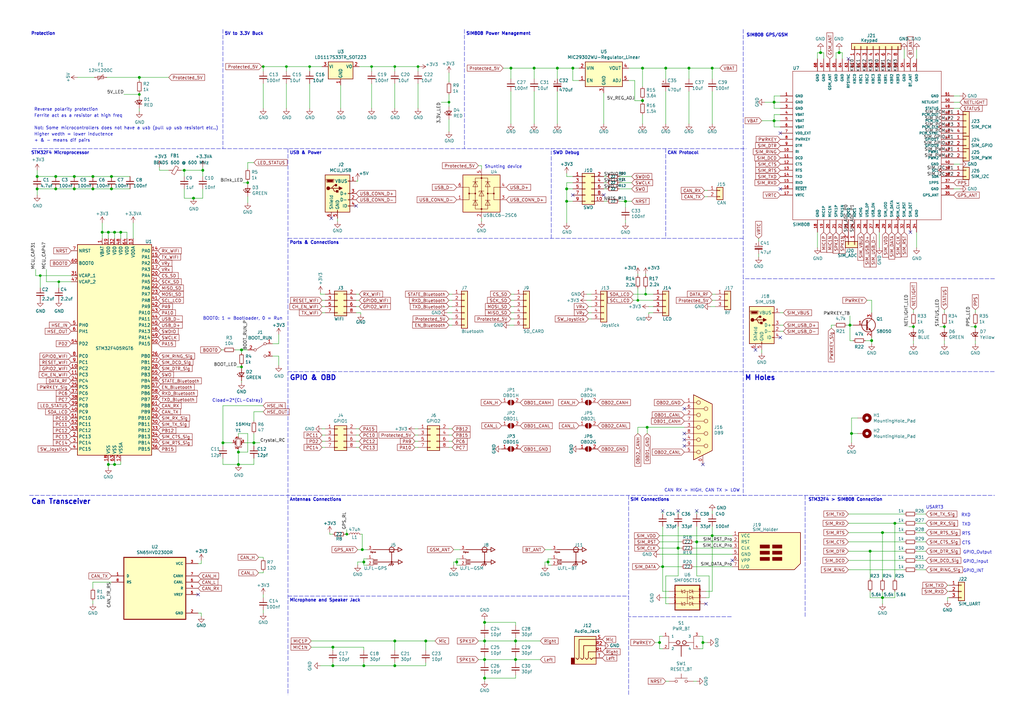
<source format=kicad_sch>
(kicad_sch (version 20210621) (generator eeschema)
  (paper "A3")
  (title_block (title "UnderControl") (rev "v1.4") (company "YS_SAU"))
  (junction (at 15.24 72.39) (diameter 1.016))
  (junction (at 15.24 77.47) (diameter 1.016))
  (junction (at 16.51 113.03) (diameter 0.9144))
  (junction (at 22.86 72.39) (diameter 1.016))
  (junction (at 22.86 77.47) (diameter 1.016))
  (junction (at 24.13 115.57) (diameter 0.9144))
  (junction (at 30.48 72.39) (diameter 1.016))
  (junction (at 30.48 77.47) (diameter 1.016))
  (junction (at 38.1 72.39) (diameter 1.016))
  (junction (at 38.1 77.47) (diameter 1.016))
  (junction (at 41.91 95.25) (diameter 1.016))
  (junction (at 44.45 95.25) (diameter 1.016))
  (junction (at 44.45 190.5) (diameter 1.016))
  (junction (at 45.72 72.39) (diameter 1.016))
  (junction (at 45.72 77.47) (diameter 1.016))
  (junction (at 46.99 95.25) (diameter 1.016))
  (junction (at 46.99 190.5) (diameter 1.016))
  (junction (at 49.53 95.25) (diameter 1.016))
  (junction (at 57.15 31.75) (diameter 1.016))
  (junction (at 57.15 38.735) (diameter 0.9144))
  (junction (at 75.565 69.85) (diameter 1.016))
  (junction (at 79.375 81.28) (diameter 1.016))
  (junction (at 83.185 69.85) (diameter 1.016))
  (junction (at 91.44 181.61) (diameter 1.016))
  (junction (at 97.79 185.42) (diameter 1.016))
  (junction (at 97.79 190.5) (diameter 1.016))
  (junction (at 99.06 143.51) (diameter 1.016))
  (junction (at 99.06 150.495) (diameter 0.9144))
  (junction (at 101.6 74.93) (diameter 0.9144))
  (junction (at 104.14 181.61) (diameter 1.016))
  (junction (at 107.95 27.305) (diameter 0.9144))
  (junction (at 117.475 27.305) (diameter 0.9144))
  (junction (at 127 27.305) (diameter 0.9144))
  (junction (at 136.525 265.43) (diameter 1.016))
  (junction (at 136.525 273.05) (diameter 1.016))
  (junction (at 142.24 219.075) (diameter 0.9144))
  (junction (at 148.59 225.425) (diameter 1.016))
  (junction (at 149.225 230.505) (diameter 1.016))
  (junction (at 149.225 273.05) (diameter 1.016))
  (junction (at 152.4 27.305) (diameter 0.9144))
  (junction (at 161.925 27.305) (diameter 0.9144))
  (junction (at 161.925 262.89) (diameter 1.016))
  (junction (at 161.925 273.05) (diameter 1.016))
  (junction (at 171.45 27.305) (diameter 0.9144))
  (junction (at 174.625 262.89) (diameter 1.016))
  (junction (at 184.15 41.91) (diameter 0.9144))
  (junction (at 187.325 230.505) (diameter 1.016))
  (junction (at 198.755 255.27) (diameter 1.016))
  (junction (at 198.755 262.89) (diameter 1.016))
  (junction (at 198.755 270.51) (diameter 1.016))
  (junction (at 198.755 278.13) (diameter 1.016))
  (junction (at 209.55 27.94) (diameter 1.016))
  (junction (at 211.455 262.89) (diameter 1.016))
  (junction (at 211.455 270.51) (diameter 1.016))
  (junction (at 219.075 27.94) (diameter 1.016))
  (junction (at 224.79 230.505) (diameter 1.016))
  (junction (at 228.6 27.94) (diameter 1.016))
  (junction (at 232.41 77.47) (diameter 1.016))
  (junction (at 232.41 82.55) (diameter 1.016))
  (junction (at 234.95 27.94) (diameter 1.016))
  (junction (at 256.54 82.55) (diameter 1.016))
  (junction (at 261.62 123.19) (diameter 0.9144))
  (junction (at 263.525 27.94) (diameter 1.016))
  (junction (at 263.525 41.275) (diameter 1.016))
  (junction (at 264.795 120.65) (diameter 0.9144))
  (junction (at 265.43 175.26) (diameter 1.016))
  (junction (at 270.51 263.525) (diameter 1.016))
  (junction (at 271.78 232.41) (diameter 1.016))
  (junction (at 273.05 27.94) (diameter 1.016))
  (junction (at 278.13 224.79) (diameter 1.016))
  (junction (at 282.575 27.94) (diameter 1.016))
  (junction (at 285.75 222.25) (diameter 1.016))
  (junction (at 288.29 263.525) (diameter 1.016))
  (junction (at 292.1 27.94) (diameter 1.016))
  (junction (at 292.1 219.71) (diameter 1.016))
  (junction (at 317.5 41.91) (diameter 1.016))
  (junction (at 317.5 49.53) (diameter 1.016))
  (junction (at 336.55 21.59) (diameter 1.016))
  (junction (at 344.17 21.59) (diameter 1.016))
  (junction (at 348.615 133.35) (diameter 1.016))
  (junction (at 349.25 177.8) (diameter 1.016))
  (junction (at 356.87 226.06) (diameter 1.016))
  (junction (at 357.505 139.7) (diameter 1.016))
  (junction (at 361.95 218.44) (diameter 1.016))
  (junction (at 361.95 245.11) (diameter 1.016))
  (junction (at 367.03 214.63) (diameter 1.016))
  (junction (at 374.65 133.985) (diameter 0.9144))
  (junction (at 387.35 133.985) (diameter 0.9144))
  (junction (at 400.05 133.985) (diameter 0.9144))
  (no_connect (at 81.28 243.84))
  (no_connect (at 135.89 89.535))
  (no_connect (at 146.05 84.455))
  (no_connect (at 234.95 80.01))
  (no_connect (at 247.65 80.01))
  (no_connect (at 271.78 209.55))
  (no_connect (at 278.13 209.55))
  (no_connect (at 280.67 167.64))
  (no_connect (at 280.67 177.8))
  (no_connect (at 280.67 180.34))
  (no_connect (at 280.67 182.88))
  (no_connect (at 285.75 209.55))
  (no_connect (at 288.29 190.5))
  (no_connect (at 289.56 247.65))
  (no_connect (at 300.355 229.87))
  (no_connect (at 309.88 143.51))
  (no_connect (at 320.04 54.61))
  (no_connect (at 320.04 77.47))
  (no_connect (at 320.04 138.43))
  (no_connect (at 347.98 24.13))
  (no_connect (at 373.38 95.25))
  (wire (pts (xy 14.605 113.03) (xy 14.605 110.49)))
  (wire (pts (xy 15.24 69.85) (xy 15.24 72.39)))
  (wire (pts (xy 15.24 72.39) (xy 22.86 72.39)))
  (wire (pts (xy 15.24 77.47) (xy 15.24 80.01)))
  (wire (pts (xy 16.51 113.03) (xy 14.605 113.03)))
  (wire (pts (xy 16.51 113.03) (xy 29.21 113.03)))
  (wire (pts (xy 16.51 118.11) (xy 16.51 113.03)))
  (wire (pts (xy 19.05 115.57) (xy 19.05 110.49)))
  (wire (pts (xy 22.86 72.39) (xy 30.48 72.39)))
  (wire (pts (xy 22.86 77.47) (xy 15.24 77.47)))
  (wire (pts (xy 24.13 115.57) (xy 19.05 115.57)))
  (wire (pts (xy 24.13 115.57) (xy 29.21 115.57)))
  (wire (pts (xy 24.13 118.11) (xy 24.13 115.57)))
  (wire (pts (xy 30.48 72.39) (xy 38.1 72.39)))
  (wire (pts (xy 30.48 77.47) (xy 22.86 77.47)))
  (wire (pts (xy 31.75 31.75) (xy 38.735 31.75)))
  (wire (pts (xy 38.1 72.39) (xy 45.72 72.39)))
  (wire (pts (xy 38.1 77.47) (xy 30.48 77.47)))
  (wire (pts (xy 38.1 238.76) (xy 45.72 238.76)))
  (wire (pts (xy 38.1 241.3) (xy 38.1 238.76)))
  (wire (pts (xy 38.1 247.65) (xy 38.1 246.38)))
  (wire (pts (xy 41.91 91.44) (xy 41.91 95.25)))
  (wire (pts (xy 41.91 95.25) (xy 41.91 97.79)))
  (wire (pts (xy 41.91 95.25) (xy 44.45 95.25)))
  (wire (pts (xy 43.815 31.75) (xy 57.15 31.75)))
  (wire (pts (xy 44.45 95.25) (xy 46.99 95.25)))
  (wire (pts (xy 44.45 97.79) (xy 44.45 95.25)))
  (wire (pts (xy 44.45 189.23) (xy 44.45 190.5)))
  (wire (pts (xy 44.45 190.5) (xy 44.45 191.77)))
  (wire (pts (xy 45.72 72.39) (xy 53.34 72.39)))
  (wire (pts (xy 45.72 77.47) (xy 38.1 77.47)))
  (wire (pts (xy 46.99 95.25) (xy 49.53 95.25)))
  (wire (pts (xy 46.99 97.79) (xy 46.99 95.25)))
  (wire (pts (xy 46.99 189.23) (xy 46.99 190.5)))
  (wire (pts (xy 46.99 190.5) (xy 44.45 190.5)))
  (wire (pts (xy 49.53 95.25) (xy 52.07 95.25)))
  (wire (pts (xy 49.53 97.79) (xy 49.53 95.25)))
  (wire (pts (xy 49.53 189.23) (xy 49.53 190.5)))
  (wire (pts (xy 49.53 190.5) (xy 46.99 190.5)))
  (wire (pts (xy 50.8 38.735) (xy 57.15 38.735)))
  (wire (pts (xy 52.07 97.79) (xy 52.07 95.25)))
  (wire (pts (xy 53.34 77.47) (xy 45.72 77.47)))
  (wire (pts (xy 54.61 91.44) (xy 54.61 97.79)))
  (wire (pts (xy 57.15 31.75) (xy 69.215 31.75)))
  (wire (pts (xy 57.15 33.02) (xy 57.15 31.75)))
  (wire (pts (xy 57.15 38.735) (xy 57.15 38.1)))
  (wire (pts (xy 57.15 39.37) (xy 57.15 38.735)))
  (wire (pts (xy 57.15 45.72) (xy 57.15 44.45)))
  (wire (pts (xy 65.405 69.85) (xy 65.405 68.58)))
  (wire (pts (xy 69.215 69.85) (xy 65.405 69.85)))
  (wire (pts (xy 75.565 69.85) (xy 74.295 69.85)))
  (wire (pts (xy 75.565 72.39) (xy 75.565 69.85)))
  (wire (pts (xy 75.565 77.47) (xy 75.565 81.28)))
  (wire (pts (xy 75.565 81.28) (xy 79.375 81.28)))
  (wire (pts (xy 82.55 229.87) (xy 82.55 231.14)))
  (wire (pts (xy 82.55 231.14) (xy 81.28 231.14)))
  (wire (pts (xy 82.55 251.46) (xy 81.28 251.46)))
  (wire (pts (xy 82.55 252.73) (xy 82.55 251.46)))
  (wire (pts (xy 83.185 68.58) (xy 83.185 69.85)))
  (wire (pts (xy 83.185 69.85) (xy 75.565 69.85)))
  (wire (pts (xy 83.185 72.39) (xy 83.185 69.85)))
  (wire (pts (xy 83.185 77.47) (xy 83.185 81.28)))
  (wire (pts (xy 83.185 81.28) (xy 79.375 81.28)))
  (wire (pts (xy 91.44 143.51) (xy 90.805 143.51)))
  (wire (pts (xy 91.44 166.37) (xy 107.95 166.37)))
  (wire (pts (xy 91.44 181.61) (xy 91.44 166.37)))
  (wire (pts (xy 91.44 181.61) (xy 95.25 181.61)))
  (wire (pts (xy 91.44 182.88) (xy 91.44 181.61)))
  (wire (pts (xy 91.44 187.96) (xy 91.44 190.5)))
  (wire (pts (xy 91.44 190.5) (xy 97.79 190.5)))
  (wire (pts (xy 96.52 143.51) (xy 99.06 143.51)))
  (wire (pts (xy 97.155 150.495) (xy 99.06 150.495)))
  (wire (pts (xy 97.79 177.8) (xy 101.6 177.8)))
  (wire (pts (xy 97.79 179.07) (xy 97.79 177.8)))
  (wire (pts (xy 97.79 185.42) (xy 97.79 184.15)))
  (wire (pts (xy 97.79 185.42) (xy 97.79 190.5)))
  (wire (pts (xy 99.06 143.51) (xy 99.06 144.78)))
  (wire (pts (xy 99.06 143.51) (xy 101.6 143.51)))
  (wire (pts (xy 99.06 149.86) (xy 99.06 150.495)))
  (wire (pts (xy 99.06 150.495) (xy 99.06 151.13)))
  (wire (pts (xy 99.06 156.845) (xy 99.06 156.21)))
  (wire (pts (xy 99.695 74.93) (xy 101.6 74.93)))
  (wire (pts (xy 100.33 181.61) (xy 104.14 181.61)))
  (wire (pts (xy 101.6 66.675) (xy 101.6 69.215)))
  (wire (pts (xy 101.6 74.93) (xy 101.6 74.295)))
  (wire (pts (xy 101.6 75.565) (xy 101.6 74.93)))
  (wire (pts (xy 101.6 80.645) (xy 101.6 83.185)))
  (wire (pts (xy 101.6 177.8) (xy 101.6 185.42)))
  (wire (pts (xy 101.6 185.42) (xy 97.79 185.42)))
  (wire (pts (xy 104.14 66.675) (xy 101.6 66.675)))
  (wire (pts (xy 104.14 168.91) (xy 107.95 168.91)))
  (wire (pts (xy 104.14 172.72) (xy 104.14 168.91)))
  (wire (pts (xy 104.14 177.8) (xy 104.14 181.61)))
  (wire (pts (xy 104.14 181.61) (xy 104.14 182.88)))
  (wire (pts (xy 104.14 181.61) (xy 106.68 181.61)))
  (wire (pts (xy 104.14 187.96) (xy 104.14 190.5)))
  (wire (pts (xy 104.14 190.5) (xy 97.79 190.5)))
  (wire (pts (xy 106.045 228.6) (xy 107.95 228.6)))
  (wire (pts (xy 106.045 234.95) (xy 107.95 234.95)))
  (wire (pts (xy 107.95 27.305) (xy 107.315 27.305)))
  (wire (pts (xy 107.95 27.305) (xy 117.475 27.305)))
  (wire (pts (xy 107.95 29.21) (xy 107.95 27.305)))
  (wire (pts (xy 107.95 34.29) (xy 107.95 44.45)))
  (wire (pts (xy 107.95 228.6) (xy 107.95 229.235)))
  (wire (pts (xy 107.95 234.95) (xy 107.95 234.315)))
  (wire (pts (xy 107.95 245.11) (xy 107.95 243.84)))
  (wire (pts (xy 107.95 251.46) (xy 107.95 250.19)))
  (wire (pts (xy 111.76 140.97) (xy 114.3 140.97)))
  (wire (pts (xy 111.76 146.05) (xy 114.3 146.05)))
  (wire (pts (xy 114.3 140.97) (xy 114.3 137.16)))
  (wire (pts (xy 114.3 146.05) (xy 114.3 149.86)))
  (wire (pts (xy 117.475 27.305) (xy 117.475 29.21)))
  (wire (pts (xy 117.475 27.305) (xy 127 27.305)))
  (wire (pts (xy 117.475 34.29) (xy 117.475 44.45)))
  (wire (pts (xy 127 27.305) (xy 127 29.21)))
  (wire (pts (xy 127 27.305) (xy 132.08 27.305)))
  (wire (pts (xy 127 34.29) (xy 127 44.45)))
  (wire (pts (xy 127.635 262.89) (xy 161.925 262.89)))
  (wire (pts (xy 127.635 265.43) (xy 136.525 265.43)))
  (wire (pts (xy 131.445 120.015) (xy 131.445 120.65)))
  (wire (pts (xy 131.445 120.65) (xy 133.35 120.65)))
  (wire (pts (xy 131.445 273.05) (xy 136.525 273.05)))
  (wire (pts (xy 132.08 175.895) (xy 133.35 175.895)))
  (wire (pts (xy 132.08 178.435) (xy 133.35 178.435)))
  (wire (pts (xy 132.08 183.515) (xy 133.35 183.515)))
  (wire (pts (xy 133.35 123.19) (xy 132.08 123.19)))
  (wire (pts (xy 133.35 125.73) (xy 132.08 125.73)))
  (wire (pts (xy 133.35 128.27) (xy 132.08 128.27)))
  (wire (pts (xy 133.35 180.975) (xy 132.08 180.975)))
  (wire (pts (xy 135.255 219.075) (xy 135.255 218.44)))
  (wire (pts (xy 135.255 219.075) (xy 136.525 219.075)))
  (wire (pts (xy 136.525 265.43) (xy 149.225 265.43)))
  (wire (pts (xy 136.525 266.7) (xy 136.525 265.43)))
  (wire (pts (xy 136.525 271.78) (xy 136.525 273.05)))
  (wire (pts (xy 136.525 273.05) (xy 149.225 273.05)))
  (wire (pts (xy 138.43 89.535) (xy 138.43 90.805)))
  (wire (pts (xy 139.7 34.925) (xy 139.7 44.45)))
  (wire (pts (xy 141.605 219.075) (xy 142.24 219.075)))
  (wire (pts (xy 142.24 217.17) (xy 142.24 219.075)))
  (wire (pts (xy 142.24 219.075) (xy 142.875 219.075)))
  (wire (pts (xy 146.05 123.19) (xy 147.32 123.19)))
  (wire (pts (xy 146.05 128.27) (xy 147.955 128.27)))
  (wire (pts (xy 146.685 73.66) (xy 146.685 74.295)))
  (wire (pts (xy 146.685 74.295) (xy 146.05 74.295)))
  (wire (pts (xy 146.685 225.425) (xy 148.59 225.425)))
  (wire (pts (xy 146.685 230.505) (xy 149.225 230.505)))
  (wire (pts (xy 146.685 231.775) (xy 146.685 230.505)))
  (wire (pts (xy 147.32 27.305) (xy 152.4 27.305)))
  (wire (pts (xy 147.32 120.65) (xy 146.05 120.65)))
  (wire (pts (xy 147.32 125.73) (xy 146.05 125.73)))
  (wire (pts (xy 147.32 175.895) (xy 146.05 175.895)))
  (wire (pts (xy 147.32 178.435) (xy 146.05 178.435)))
  (wire (pts (xy 147.32 180.975) (xy 146.05 180.975)))
  (wire (pts (xy 147.32 183.515) (xy 146.05 183.515)))
  (wire (pts (xy 147.955 128.27) (xy 147.955 128.905)))
  (wire (pts (xy 147.955 219.075) (xy 148.59 219.075)))
  (wire (pts (xy 148.59 219.075) (xy 148.59 225.425)))
  (wire (pts (xy 148.59 225.425) (xy 150.495 225.425)))
  (wire (pts (xy 149.225 229.235) (xy 150.495 229.235)))
  (wire (pts (xy 149.225 230.505) (xy 149.225 229.235)))
  (wire (pts (xy 149.225 230.505) (xy 149.225 231.775)))
  (wire (pts (xy 149.225 231.775) (xy 150.495 231.775)))
  (wire (pts (xy 149.225 265.43) (xy 149.225 266.7)))
  (wire (pts (xy 149.225 271.78) (xy 149.225 273.05)))
  (wire (pts (xy 149.225 273.05) (xy 161.925 273.05)))
  (wire (pts (xy 152.4 27.305) (xy 152.4 29.21)))
  (wire (pts (xy 152.4 27.305) (xy 161.925 27.305)))
  (wire (pts (xy 152.4 34.29) (xy 152.4 44.45)))
  (wire (pts (xy 161.925 27.305) (xy 161.925 29.21)))
  (wire (pts (xy 161.925 27.305) (xy 171.45 27.305)))
  (wire (pts (xy 161.925 34.29) (xy 161.925 44.45)))
  (wire (pts (xy 161.925 262.89) (xy 161.925 266.7)))
  (wire (pts (xy 161.925 262.89) (xy 174.625 262.89)))
  (wire (pts (xy 161.925 271.78) (xy 161.925 273.05)))
  (wire (pts (xy 161.925 273.05) (xy 174.625 273.05)))
  (wire (pts (xy 170.18 175.895) (xy 171.45 175.895)))
  (wire (pts (xy 170.18 180.975) (xy 171.45 180.975)))
  (wire (pts (xy 171.45 27.305) (xy 171.45 29.21)))
  (wire (pts (xy 171.45 27.305) (xy 172.085 27.305)))
  (wire (pts (xy 171.45 34.29) (xy 171.45 44.45)))
  (wire (pts (xy 171.45 178.435) (xy 170.18 178.435)))
  (wire (pts (xy 171.45 183.515) (xy 170.18 183.515)))
  (wire (pts (xy 174.625 262.89) (xy 174.625 266.7)))
  (wire (pts (xy 174.625 262.89) (xy 178.435 262.89)))
  (wire (pts (xy 174.625 273.05) (xy 174.625 271.78)))
  (wire (pts (xy 180.975 41.91) (xy 184.15 41.91)))
  (wire (pts (xy 183.515 128.27) (xy 185.42 128.27)))
  (wire (pts (xy 184.15 29.845) (xy 184.15 33.655)))
  (wire (pts (xy 184.15 38.735) (xy 184.15 41.91)))
  (wire (pts (xy 184.15 41.91) (xy 184.15 43.815)))
  (wire (pts (xy 184.15 48.895) (xy 184.15 53.975)))
  (wire (pts (xy 184.15 123.19) (xy 185.42 123.19)))
  (wire (pts (xy 184.15 133.35) (xy 185.42 133.35)))
  (wire (pts (xy 184.15 178.435) (xy 185.42 178.435)))
  (wire (pts (xy 184.15 183.515) (xy 185.42 183.515)))
  (wire (pts (xy 185.42 120.65) (xy 184.15 120.65)))
  (wire (pts (xy 185.42 125.73) (xy 184.15 125.73)))
  (wire (pts (xy 185.42 130.81) (xy 184.15 130.81)))
  (wire (pts (xy 185.42 175.895) (xy 184.15 175.895)))
  (wire (pts (xy 185.42 180.975) (xy 184.15 180.975)))
  (wire (pts (xy 186.055 225.425) (xy 188.595 225.425)))
  (wire (pts (xy 186.055 230.505) (xy 187.325 230.505)))
  (wire (pts (xy 186.055 231.775) (xy 186.055 230.505)))
  (wire (pts (xy 187.325 229.235) (xy 187.325 230.505)))
  (wire (pts (xy 187.325 231.775) (xy 187.325 230.505)))
  (wire (pts (xy 188.595 229.235) (xy 187.325 229.235)))
  (wire (pts (xy 188.595 231.775) (xy 187.325 231.775)))
  (wire (pts (xy 196.215 67.945) (xy 197.485 67.945)))
  (wire (pts (xy 197.485 69.215) (xy 197.485 67.945)))
  (wire (pts (xy 197.485 89.535) (xy 197.485 90.805)))
  (wire (pts (xy 198.755 255.27) (xy 198.755 254)))
  (wire (pts (xy 198.755 256.54) (xy 198.755 255.27)))
  (wire (pts (xy 198.755 261.62) (xy 198.755 262.89)))
  (wire (pts (xy 198.755 262.89) (xy 196.215 262.89)))
  (wire (pts (xy 198.755 262.89) (xy 198.755 264.16)))
  (wire (pts (xy 198.755 262.89) (xy 211.455 262.89)))
  (wire (pts (xy 198.755 270.51) (xy 196.215 270.51)))
  (wire (pts (xy 198.755 270.51) (xy 198.755 269.24)))
  (wire (pts (xy 198.755 270.51) (xy 211.455 270.51)))
  (wire (pts (xy 198.755 271.78) (xy 198.755 270.51)))
  (wire (pts (xy 198.755 278.13) (xy 198.755 276.86)))
  (wire (pts (xy 198.755 279.4) (xy 198.755 278.13)))
  (wire (pts (xy 206.375 27.94) (xy 209.55 27.94)))
  (wire (pts (xy 208.915 133.35) (xy 210.82 133.35)))
  (wire (pts (xy 209.55 27.94) (xy 219.075 27.94)))
  (wire (pts (xy 209.55 32.385) (xy 209.55 27.94)))
  (wire (pts (xy 209.55 50.8) (xy 209.55 37.465)))
  (wire (pts (xy 209.55 123.19) (xy 210.82 123.19)))
  (wire (pts (xy 209.55 128.27) (xy 210.82 128.27)))
  (wire (pts (xy 209.55 130.81) (xy 210.82 130.81)))
  (wire (pts (xy 210.82 120.65) (xy 209.55 120.65)))
  (wire (pts (xy 210.82 125.73) (xy 209.55 125.73)))
  (wire (pts (xy 211.455 255.27) (xy 198.755 255.27)))
  (wire (pts (xy 211.455 256.54) (xy 211.455 255.27)))
  (wire (pts (xy 211.455 262.89) (xy 211.455 261.62)))
  (wire (pts (xy 211.455 264.16) (xy 211.455 262.89)))
  (wire (pts (xy 211.455 270.51) (xy 211.455 269.24)))
  (wire (pts (xy 211.455 271.78) (xy 211.455 270.51)))
  (wire (pts (xy 211.455 276.86) (xy 211.455 278.13)))
  (wire (pts (xy 211.455 278.13) (xy 198.755 278.13)))
  (wire (pts (xy 219.075 27.94) (xy 228.6 27.94)))
  (wire (pts (xy 219.075 32.385) (xy 219.075 27.94)))
  (wire (pts (xy 219.075 37.465) (xy 219.075 50.8)))
  (wire (pts (xy 221.615 262.89) (xy 211.455 262.89)))
  (wire (pts (xy 221.615 270.51) (xy 211.455 270.51)))
  (wire (pts (xy 223.52 230.505) (xy 224.79 230.505)))
  (wire (pts (xy 223.52 231.775) (xy 223.52 230.505)))
  (wire (pts (xy 224.79 229.235) (xy 226.06 229.235)))
  (wire (pts (xy 224.79 230.505) (xy 224.79 229.235)))
  (wire (pts (xy 224.79 231.775) (xy 224.79 230.505)))
  (wire (pts (xy 226.06 225.425) (xy 223.52 225.425)))
  (wire (pts (xy 226.06 231.775) (xy 224.79 231.775)))
  (wire (pts (xy 228.6 27.94) (xy 234.95 27.94)))
  (wire (pts (xy 228.6 32.385) (xy 228.6 27.94)))
  (wire (pts (xy 228.6 50.8) (xy 228.6 37.465)))
  (wire (pts (xy 232.41 72.39) (xy 232.41 71.12)))
  (wire (pts (xy 232.41 74.93) (xy 232.41 77.47)))
  (wire (pts (xy 232.41 77.47) (xy 232.41 82.55)))
  (wire (pts (xy 232.41 77.47) (xy 234.95 77.47)))
  (wire (pts (xy 232.41 82.55) (xy 232.41 91.44)))
  (wire (pts (xy 234.95 27.94) (xy 237.49 27.94)))
  (wire (pts (xy 234.95 33.02) (xy 234.95 27.94)))
  (wire (pts (xy 234.95 72.39) (xy 232.41 72.39)))
  (wire (pts (xy 234.95 74.93) (xy 232.41 74.93)))
  (wire (pts (xy 234.95 82.55) (xy 232.41 82.55)))
  (wire (pts (xy 237.49 33.02) (xy 234.95 33.02)))
  (wire (pts (xy 240.665 120.65) (xy 242.57 120.65)))
  (wire (pts (xy 240.665 123.19) (xy 242.57 123.19)))
  (wire (pts (xy 241.3 128.27) (xy 242.57 128.27)))
  (wire (pts (xy 242.57 125.73) (xy 241.3 125.73)))
  (wire (pts (xy 242.57 130.81) (xy 241.3 130.81)))
  (wire (pts (xy 247.65 50.8) (xy 247.65 38.1)))
  (wire (pts (xy 248.92 72.39) (xy 247.65 72.39)))
  (wire (pts (xy 248.92 74.93) (xy 247.65 74.93)))
  (wire (pts (xy 248.92 77.47) (xy 247.65 77.47)))
  (wire (pts (xy 248.92 82.55) (xy 247.65 82.55)))
  (wire (pts (xy 254 82.55) (xy 256.54 82.55)))
  (wire (pts (xy 256.54 82.55) (xy 259.08 82.55)))
  (wire (pts (xy 256.54 85.09) (xy 256.54 82.55)))
  (wire (pts (xy 256.54 91.44) (xy 256.54 90.17)))
  (wire (pts (xy 257.81 33.02) (xy 260.35 33.02)))
  (wire (pts (xy 259.08 72.39) (xy 254 72.39)))
  (wire (pts (xy 259.08 74.93) (xy 254 74.93)))
  (wire (pts (xy 259.08 77.47) (xy 254 77.47)))
  (wire (pts (xy 259.715 120.65) (xy 264.795 120.65)))
  (wire (pts (xy 259.715 123.19) (xy 261.62 123.19)))
  (wire (pts (xy 260.35 33.02) (xy 260.35 41.275)))
  (wire (pts (xy 260.35 41.275) (xy 263.525 41.275)))
  (wire (pts (xy 261.62 113.03) (xy 261.62 112.395)))
  (wire (pts (xy 261.62 118.11) (xy 261.62 123.19)))
  (wire (pts (xy 261.62 123.19) (xy 267.97 123.19)))
  (wire (pts (xy 261.62 175.26) (xy 261.62 177.8)))
  (wire (pts (xy 263.525 27.94) (xy 257.81 27.94)))
  (wire (pts (xy 263.525 27.94) (xy 273.05 27.94)))
  (wire (pts (xy 263.525 35.56) (xy 263.525 27.94)))
  (wire (pts (xy 263.525 41.275) (xy 263.525 40.64)))
  (wire (pts (xy 263.525 41.91) (xy 263.525 41.275)))
  (wire (pts (xy 263.525 50.8) (xy 263.525 46.99)))
  (wire (pts (xy 264.795 113.03) (xy 264.795 112.395)))
  (wire (pts (xy 264.795 118.11) (xy 264.795 120.65)))
  (wire (pts (xy 264.795 120.65) (xy 267.97 120.65)))
  (wire (pts (xy 265.43 175.26) (xy 261.62 175.26)))
  (wire (pts (xy 265.43 177.8) (xy 265.43 175.26)))
  (wire (pts (xy 266.065 125.73) (xy 267.97 125.73)))
  (wire (pts (xy 266.065 128.27) (xy 266.065 128.905)))
  (wire (pts (xy 266.065 128.27) (xy 267.97 128.27)))
  (wire (pts (xy 268.605 263.525) (xy 270.51 263.525)))
  (wire (pts (xy 270.51 219.71) (xy 292.1 219.71)))
  (wire (pts (xy 270.51 224.79) (xy 278.13 224.79)))
  (wire (pts (xy 270.51 260.985) (xy 270.51 263.525)))
  (wire (pts (xy 270.51 266.065) (xy 270.51 263.525)))
  (wire (pts (xy 271.78 210.82) (xy 271.78 209.55)))
  (wire (pts (xy 271.78 215.9) (xy 271.78 232.41)))
  (wire (pts (xy 271.78 232.41) (xy 270.51 232.41)))
  (wire (pts (xy 271.78 242.57) (xy 271.78 232.41)))
  (wire (pts (xy 271.78 260.985) (xy 270.51 260.985)))
  (wire (pts (xy 271.78 266.065) (xy 270.51 266.065)))
  (wire (pts (xy 273.05 27.94) (xy 282.575 27.94)))
  (wire (pts (xy 273.05 32.385) (xy 273.05 27.94)))
  (wire (pts (xy 273.05 37.465) (xy 273.05 50.8)))
  (wire (pts (xy 273.05 236.22) (xy 278.13 236.22)))
  (wire (pts (xy 273.05 247.65) (xy 273.05 236.22)))
  (wire (pts (xy 274.32 242.57) (xy 271.78 242.57)))
  (wire (pts (xy 274.32 245.11) (xy 271.78 245.11)))
  (wire (pts (xy 274.32 247.65) (xy 273.05 247.65)))
  (wire (pts (xy 274.32 279.4) (xy 273.05 279.4)))
  (wire (pts (xy 278.13 210.82) (xy 278.13 209.55)))
  (wire (pts (xy 278.13 215.9) (xy 278.13 224.79)))
  (wire (pts (xy 278.13 224.79) (xy 279.4 224.79)))
  (wire (pts (xy 278.13 236.22) (xy 278.13 224.79)))
  (wire (pts (xy 279.4 222.25) (xy 270.51 222.25)))
  (wire (pts (xy 279.4 232.41) (xy 271.78 232.41)))
  (wire (pts (xy 280.67 175.26) (xy 265.43 175.26)))
  (wire (pts (xy 282.575 27.94) (xy 292.1 27.94)))
  (wire (pts (xy 282.575 32.385) (xy 282.575 27.94)))
  (wire (pts (xy 282.575 50.8) (xy 282.575 37.465)))
  (wire (pts (xy 284.48 222.25) (xy 285.75 222.25)))
  (wire (pts (xy 284.48 224.79) (xy 300.355 224.79)))
  (wire (pts (xy 285.75 210.82) (xy 285.75 209.55)))
  (wire (pts (xy 285.75 215.9) (xy 285.75 222.25)))
  (wire (pts (xy 285.75 236.22) (xy 285.75 222.25)))
  (wire (pts (xy 285.75 279.4) (xy 284.48 279.4)))
  (wire (pts (xy 287.02 260.985) (xy 288.29 260.985)))
  (wire (pts (xy 287.02 266.065) (xy 288.29 266.065)))
  (wire (pts (xy 288.29 260.985) (xy 288.29 263.525)))
  (wire (pts (xy 288.29 263.525) (xy 290.195 263.525)))
  (wire (pts (xy 288.29 266.065) (xy 288.29 263.525)))
  (wire (pts (xy 289.56 242.57) (xy 292.1 242.57)))
  (wire (pts (xy 289.56 245.11) (xy 290.83 245.11)))
  (wire (pts (xy 290.195 78.105) (xy 288.925 78.105)))
  (wire (pts (xy 290.195 80.645) (xy 288.925 80.645)))
  (wire (pts (xy 290.83 236.22) (xy 285.75 236.22)))
  (wire (pts (xy 290.83 245.11) (xy 290.83 236.22)))
  (wire (pts (xy 291.465 125.73) (xy 293.37 125.73)))
  (wire (pts (xy 292.1 27.94) (xy 292.1 32.385)))
  (wire (pts (xy 292.1 50.8) (xy 292.1 37.465)))
  (wire (pts (xy 292.1 123.19) (xy 293.37 123.19)))
  (wire (pts (xy 292.1 210.82) (xy 292.1 209.55)))
  (wire (pts (xy 292.1 215.9) (xy 292.1 219.71)))
  (wire (pts (xy 292.1 219.71) (xy 300.355 219.71)))
  (wire (pts (xy 292.1 242.57) (xy 292.1 219.71)))
  (wire (pts (xy 293.37 120.65) (xy 292.1 120.65)))
  (wire (pts (xy 295.275 27.94) (xy 292.1 27.94)))
  (wire (pts (xy 300.355 222.25) (xy 285.75 222.25)))
  (wire (pts (xy 300.355 227.33) (xy 270.51 227.33)))
  (wire (pts (xy 300.355 232.41) (xy 284.48 232.41)))
  (wire (pts (xy 311.15 99.06) (xy 311.15 97.79)))
  (wire (pts (xy 311.15 105.41) (xy 311.15 104.14)))
  (wire (pts (xy 312.42 49.53) (xy 317.5 49.53)))
  (wire (pts (xy 312.42 143.51) (xy 312.42 144.78)))
  (wire (pts (xy 317.5 39.37) (xy 317.5 41.91)))
  (wire (pts (xy 317.5 41.91) (xy 313.69 41.91)))
  (wire (pts (xy 317.5 44.45) (xy 317.5 41.91)))
  (wire (pts (xy 317.5 46.99) (xy 320.04 46.99)))
  (wire (pts (xy 317.5 49.53) (xy 317.5 46.99)))
  (wire (pts (xy 317.5 49.53) (xy 317.5 52.07)))
  (wire (pts (xy 317.5 49.53) (xy 320.04 49.53)))
  (wire (pts (xy 317.5 52.07) (xy 320.04 52.07)))
  (wire (pts (xy 320.04 39.37) (xy 317.5 39.37)))
  (wire (pts (xy 320.04 41.91) (xy 317.5 41.91)))
  (wire (pts (xy 320.04 44.45) (xy 317.5 44.45)))
  (wire (pts (xy 321.31 128.27) (xy 320.04 128.27)))
  (wire (pts (xy 321.31 133.35) (xy 320.04 133.35)))
  (wire (pts (xy 321.31 135.89) (xy 320.04 135.89)))
  (wire (pts (xy 335.28 21.59) (xy 335.28 24.13)))
  (wire (pts (xy 335.28 95.25) (xy 335.28 101.6)))
  (wire (pts (xy 336.55 21.59) (xy 335.28 21.59)))
  (wire (pts (xy 336.55 21.59) (xy 336.55 20.32)))
  (wire (pts (xy 337.82 21.59) (xy 336.55 21.59)))
  (wire (pts (xy 337.82 24.13) (xy 337.82 21.59)))
  (wire (pts (xy 340.995 133.35) (xy 340.995 134.62)))
  (wire (pts (xy 342.265 133.35) (xy 340.995 133.35)))
  (wire (pts (xy 342.9 21.59) (xy 342.9 24.13)))
  (wire (pts (xy 344.17 21.59) (xy 342.9 21.59)))
  (wire (pts (xy 344.17 21.59) (xy 344.17 20.32)))
  (wire (pts (xy 345.44 21.59) (xy 344.17 21.59)))
  (wire (pts (xy 345.44 24.13) (xy 345.44 21.59)))
  (wire (pts (xy 347.345 133.35) (xy 348.615 133.35)))
  (wire (pts (xy 347.98 210.82) (xy 370.84 210.82)))
  (wire (pts (xy 347.98 214.63) (xy 367.03 214.63)))
  (wire (pts (xy 347.98 218.44) (xy 361.95 218.44)))
  (wire (pts (xy 347.98 222.25) (xy 370.84 222.25)))
  (wire (pts (xy 347.98 226.06) (xy 356.87 226.06)))
  (wire (pts (xy 347.98 229.87) (xy 370.84 229.87)))
  (wire (pts (xy 347.98 233.68) (xy 370.84 233.68)))
  (wire (pts (xy 348.615 129.54) (xy 348.615 133.35)))
  (wire (pts (xy 348.615 133.35) (xy 349.885 133.35)))
  (wire (pts (xy 348.615 139.7) (xy 348.615 133.35)))
  (wire (pts (xy 349.25 171.45) (xy 349.25 177.8)))
  (wire (pts (xy 349.25 171.45) (xy 351.79 171.45)))
  (wire (pts (xy 349.25 181.61) (xy 349.25 177.8)))
  (wire (pts (xy 349.885 139.7) (xy 348.615 139.7)))
  (wire (pts (xy 351.79 177.8) (xy 349.25 177.8)))
  (wire (pts (xy 354.965 139.7) (xy 357.505 139.7)))
  (wire (pts (xy 355.6 123.19) (xy 357.505 123.19)))
  (wire (pts (xy 356.87 237.49) (xy 356.87 226.06)))
  (wire (pts (xy 356.87 242.57) (xy 356.87 245.11)))
  (wire (pts (xy 356.87 245.11) (xy 361.95 245.11)))
  (wire (pts (xy 357.505 128.27) (xy 357.505 123.19)))
  (wire (pts (xy 357.505 139.7) (xy 357.505 138.43)))
  (wire (pts (xy 357.505 140.97) (xy 357.505 139.7)))
  (wire (pts (xy 360.68 95.25) (xy 360.68 101.6)))
  (wire (pts (xy 361.95 218.44) (xy 370.84 218.44)))
  (wire (pts (xy 361.95 237.49) (xy 361.95 218.44)))
  (wire (pts (xy 361.95 245.11) (xy 361.95 242.57)))
  (wire (pts (xy 361.95 245.11) (xy 361.95 247.65)))
  (wire (pts (xy 367.03 214.63) (xy 370.84 214.63)))
  (wire (pts (xy 367.03 237.49) (xy 367.03 214.63)))
  (wire (pts (xy 367.03 242.57) (xy 367.03 245.11)))
  (wire (pts (xy 367.03 245.11) (xy 361.95 245.11)))
  (wire (pts (xy 370.84 24.13) (xy 370.84 20.32)))
  (wire (pts (xy 370.84 226.06) (xy 356.87 226.06)))
  (wire (pts (xy 372.745 133.985) (xy 374.65 133.985)))
  (wire (pts (xy 374.65 128.27) (xy 374.65 127)))
  (wire (pts (xy 374.65 133.985) (xy 374.65 133.35)))
  (wire (pts (xy 374.65 134.62) (xy 374.65 133.985)))
  (wire (pts (xy 374.65 139.7) (xy 374.65 140.97)))
  (wire (pts (xy 375.92 24.13) (xy 375.92 20.32)))
  (wire (pts (xy 375.92 95.25) (xy 375.92 101.6)))
  (wire (pts (xy 375.92 210.82) (xy 379.73 210.82)))
  (wire (pts (xy 375.92 218.44) (xy 379.73 218.44)))
  (wire (pts (xy 379.73 214.63) (xy 375.92 214.63)))
  (wire (pts (xy 379.73 222.25) (xy 375.92 222.25)))
  (wire (pts (xy 379.73 226.06) (xy 375.92 226.06)))
  (wire (pts (xy 379.73 229.87) (xy 375.92 229.87)))
  (wire (pts (xy 379.73 233.68) (xy 375.92 233.68)))
  (wire (pts (xy 385.445 133.985) (xy 387.35 133.985)))
  (wire (pts (xy 387.35 128.27) (xy 387.35 127)))
  (wire (pts (xy 387.35 133.985) (xy 387.35 133.35)))
  (wire (pts (xy 387.35 134.62) (xy 387.35 133.985)))
  (wire (pts (xy 387.35 139.7) (xy 387.35 140.97)))
  (wire (pts (xy 388.62 245.11) (xy 388.62 246.38)))
  (wire (pts (xy 389.255 240.03) (xy 388.62 240.03)))
  (wire (pts (xy 389.255 242.57) (xy 388.62 242.57)))
  (wire (pts (xy 389.255 245.11) (xy 388.62 245.11)))
  (wire (pts (xy 393.7 39.37) (xy 391.16 39.37)))
  (wire (pts (xy 393.7 41.91) (xy 391.16 41.91)))
  (wire (pts (xy 393.7 44.45) (xy 391.16 44.45)))
  (wire (pts (xy 393.7 67.31) (xy 391.16 67.31)))
  (wire (pts (xy 393.7 77.47) (xy 391.16 77.47)))
  (wire (pts (xy 398.145 133.985) (xy 400.05 133.985)))
  (wire (pts (xy 400.05 128.27) (xy 400.05 127)))
  (wire (pts (xy 400.05 133.985) (xy 400.05 133.35)))
  (wire (pts (xy 400.05 134.62) (xy 400.05 133.985)))
  (wire (pts (xy 400.05 140.97) (xy 400.05 139.7)))
  (polyline (pts (xy 12.065 203.2) (xy 407.924 203.2)) (stroke (width 0) (type dash)))
  (polyline (pts (xy 13.335 60.96) (xy 306.07 60.96)) (stroke (width 0) (type dash)))
  (polyline (pts (xy 91.44 12.065) (xy 91.44 60.96)) (stroke (width 0) (type dash)))
  (polyline (pts (xy 118.11 60.96) (xy 118.11 284.988)) (stroke (width 0) (type dash)))
  (polyline (pts (xy 118.11 97.79) (xy 304.8 97.79)) (stroke (width 0) (type dash)))
  (polyline (pts (xy 118.11 152.4) (xy 408.305 152.4)) (stroke (width 0) (type dash)))
  (polyline (pts (xy 118.11 244.475) (xy 257.81 244.475)) (stroke (width 0) (type dash)))
  (polyline (pts (xy 190.5 12.065) (xy 190.5 60.96)) (stroke (width 0) (type dash)))
  (polyline (pts (xy 226.06 97.79) (xy 226.06 60.96)) (stroke (width 0) (type dash)))
  (polyline (pts (xy 257.81 203.2) (xy 257.81 285.115)) (stroke (width 0) (type dash)))
  (polyline (pts (xy 273.05 60.96) (xy 273.05 97.79)) (stroke (width 0) (type dash)))
  (polyline (pts (xy 299.974 252.984) (xy 257.81 252.984)) (stroke (width 0) (type dash)))
  (polyline (pts (xy 304.8 12.065) (xy 304.8 152.4)) (stroke (width 0) (type dash)))
  (polyline (pts (xy 304.8 152.527) (xy 304.8 203.327)) (stroke (width 0) (type dash)))
  (polyline (pts (xy 330.2 203.2) (xy 330.2 252.984)) (stroke (width 0) (type dash)))
  (polyline (pts (xy 407.924 114.3) (xy 304.8 114.3)) (stroke (width 0) (type dash)))
  (text "Protection" (at 12.7 14.605 0) (effects (font (size 1.27 1.27) (thickness 0.254) bold) (justify left bottom)))
  (text "STM32F4 Microprocessor" (at 12.7 63.5 0) (effects (font (size 1.27 1.27) (thickness 0.254) bold) (justify left bottom)))
  (text "Can Transceiver" (at 12.7 207.01 0) (effects (font (size 2.0066 2.0066) (thickness 0.4013) bold) (justify left bottom)))
  (text "Reverse polarity protection" (at 13.97 45.72 0) (effects (font (size 1.27 1.27)) (justify left bottom)))
  (text "Ferrite act as a resistor at high freq" (at 13.97 48.26 0) (effects (font (size 1.27 1.27)) (justify left bottom)))
  (text "Not: Some microcontrollers does not have a usb (pull up usb resistort etc..)" (at 13.97 53.34 0) (effects (font (size 1.27 1.27)) (justify left bottom)))
  (text "Higher wedth = lower inductence" (at 13.97 55.88 0) (effects (font (size 1.27 1.27)) (justify left bottom)))
  (text "+ & - means dif pairs" (at 13.97 58.42 0) (effects (font (size 1.27 1.27)) (justify left bottom)))
  (text "BOOT0: 1 = Bootloader, 0 = Run" (at 83.185 131.445 0) (effects (font (size 1.27 1.27)) (justify left bottom)))
  (text "Cload=2*(CL-Cstray)" (at 86.995 165.1 0) (effects (font (size 1.27 1.27)) (justify left bottom)))
  (text "5V to 3.3V Buck" (at 92.075 14.605 0) (effects (font (size 1.27 1.27) (thickness 0.254) bold) (justify left bottom)))
  (text "USB & Power\n" (at 118.745 63.5 0) (effects (font (size 1.27 1.27) (thickness 0.254) bold) (justify left bottom)))
  (text "Ports & Connections" (at 118.745 100.33 0) (effects (font (size 1.27 1.27) (thickness 0.254) bold) (justify left bottom)))
  (text "GPIO & OBD" (at 118.745 156.21 0) (effects (font (size 2.0066 2.0066) (thickness 0.4013) bold) (justify left bottom)))
  (text "Antennas Connections" (at 118.745 205.74 0) (effects (font (size 1.27 1.27) (thickness 0.254) bold) (justify left bottom)))
  (text "Microphone and Speaker Jack" (at 118.745 247.015 0) (effects (font (size 1.27 1.27) (thickness 0.254) bold) (justify left bottom)))
  (text "SIM808 Power Management" (at 191.135 14.605 0) (effects (font (size 1.27 1.27) (thickness 0.254) bold) (justify left bottom)))
  (text "Shunting device" (at 198.755 69.215 0) (effects (font (size 1.27 1.27)) (justify left bottom)))
  (text "SWD Debug" (at 226.695 63.5 0) (effects (font (size 1.27 1.27) (thickness 0.254) bold) (justify left bottom)))
  (text "SIM Connections" (at 258.445 205.74 0) (effects (font (size 1.27 1.27) (thickness 0.254) bold) (justify left bottom)))
  (text "CAN RX > HIGH, CAN TX > LOW" (at 272.415 201.93 0) (effects (font (size 1.27 1.27)) (justify left bottom)))
  (text "CAN Protocol\n" (at 273.685 63.5 0) (effects (font (size 1.27 1.27) (thickness 0.254) bold) (justify left bottom)))
  (text "M Holes" (at 305.435 156.21 0) (effects (font (size 2.0066 2.0066) (thickness 0.4013) bold) (justify left bottom)))
  (text "SIM808 GPS/GSM" (at 306.07 15.24 0) (effects (font (size 1.27 1.27) (thickness 0.254) bold) (justify left bottom)))
  (text "STM32F4 > SIM808 Connection" (at 331.47 205.74 0) (effects (font (size 1.27 1.27) (thickness 0.254) bold) (justify left bottom)))
  (text "USART3" (at 379.73 208.915 0) (effects (font (size 1.27 1.27)) (justify left bottom)))
  (text "GPIO_Output" (at 394.97 227.33 0) (effects (font (size 1.27 1.27)) (justify left bottom)))
  (text "GPIO_Input" (at 394.97 231.14 0) (effects (font (size 1.27 1.27)) (justify left bottom)))
  (text "GPIO_INT" (at 394.97 234.95 0) (effects (font (size 1.27 1.27)) (justify left bottom)))
  (text "RXD" (at 398.145 212.09 180) (effects (font (size 1.27 1.27)) (justify right bottom)))
  (text "TXD" (at 398.145 215.9 180) (effects (font (size 1.27 1.27)) (justify right bottom)))
  (text "RTS" (at 398.145 219.71 180) (effects (font (size 1.27 1.27)) (justify right bottom)))
  (text "CTS" (at 398.145 223.52 180) (effects (font (size 1.27 1.27)) (justify right bottom)))
  (label "MCU_CAP31" (at 14.605 110.49 90))
  (label "MCU_CAP47" (at 19.05 110.49 90))
  (label "CAN_TR_RS" (at 45.72 238.76 270))
  (label "5V_LED" (at 50.8 38.735 180))
  (label "BOOT_LED" (at 97.155 150.495 180))
  (label "Blink_LED" (at 99.695 74.93 180))
  (label "BOOT_RUN_P" (at 101.6 143.51 90))
  (label "Crystal_RC" (at 106.68 181.61 0))
  (label "GPS_RL" (at 142.24 217.17 90))
  (label "3.3V_LED" (at 180.975 41.91 270))
  (label "SWDIO_P" (at 247.65 72.39 0))
  (label "SWCLK_P" (at 247.65 74.93 0))
  (label "SWO_P" (at 247.65 77.47 0))
  (label "NRTS_P" (at 247.65 82.55 0))
  (label "5V_REG_ADJ" (at 260.35 41.275 180))
  (label "SIM_RST_Pro" (at 300.355 222.25 180))
  (label "SIM_CLK_Pro" (at 300.355 224.79 180))
  (label "SIM_DATA_Pro" (at 300.355 232.41 180))
  (label "SIM_ADC_P0" (at 347.98 95.25 90))
  (label "PWRKEY_TB" (at 348.615 129.54 180))
  (label "KBC0" (at 350.52 24.13 270))
  (label "SIM_ADC_P1" (at 350.52 95.25 90))
  (label "KBC1" (at 353.06 24.13 270))
  (label "KBC2" (at 355.6 24.13 270))
  (label "KBC3" (at 358.14 24.13 270))
  (label "KBR0" (at 360.68 24.13 270))
  (label "KBR1" (at 363.22 24.13 270))
  (label "KBR2" (at 365.76 24.13 270))
  (label "KBR3" (at 368.3 24.13 270))
  (label "NETLIGHT_LED" (at 372.745 133.985 90))
  (label "STATUS_LED" (at 385.445 133.985 90))
  (label "SIM_PCM_P1" (at 391.16 46.99 180))
  (label "SIM_PCM_P2" (at 391.16 49.53 180))
  (label "SIM_PCM_P3" (at 391.16 52.07 180))
  (label "SIM_PCM_P4" (at 391.16 54.61 180))
  (label "SIM_GPIO_P1" (at 391.16 57.15 180))
  (label "SIM_GPIO_P2" (at 391.16 59.69 180))
  (label "SIM_PWM_P1" (at 391.16 62.23 180))
  (label "SIM_PWM_P2" (at 391.16 64.77 180))
  (label "SIM_I2C_P1" (at 391.16 69.85 180))
  (label "SIM_I2C_P2" (at 391.16 72.39 180))
  (label "PPS_LED" (at 398.145 133.985 90))
  (global_label "NRST" (shape input) (at 29.21 102.87 180) (property "Intersheet References" "${INTERSHEET_REFS}" (effects hide)))
  (global_label "BOOT0" (shape input) (at 29.21 107.95 180) (property "Intersheet References" "${INTERSHEET_REFS}" (effects hide)))
  (global_label "HSE_IN" (shape input) (at 29.21 133.35 180) (property "Intersheet References" "${INTERSHEET_REFS}" (effects hide)))
  (global_label "HSE_OUT" (shape input) (at 29.21 135.89 180) (property "Intersheet References" "${INTERSHEET_REFS}" (effects hide)))
  (global_label "PD2" (shape input) (at 29.21 140.97 180) (property "Intersheet References" "${INTERSHEET_REFS}" (effects hide)))
  (global_label "GPIO0_WIFI" (shape input) (at 29.21 146.05 180) (property "Intersheet References" "${INTERSHEET_REFS}" (effects hide)))
  (global_label "RESET_WIFI" (shape input) (at 29.21 148.59 180) (property "Intersheet References" "${INTERSHEET_REFS}" (effects hide)))
  (global_label "GPIO2_WIFI" (shape input) (at 29.21 151.13 180) (property "Intersheet References" "${INTERSHEET_REFS}" (effects hide)))
  (global_label "CH_EN_WIFI" (shape input) (at 29.21 153.67 180) (property "Intersheet References" "${INTERSHEET_REFS}" (effects hide)))
  (global_label "DATA_RF" (shape input) (at 29.21 156.21 180) (property "Intersheet References" "${INTERSHEET_REFS}" (effects hide)))
  (global_label "PWRKEY_Sig" (shape input) (at 29.21 158.75 180) (property "Intersheet References" "${INTERSHEET_REFS}" (effects hide)))
  (global_label "PC6" (shape input) (at 29.21 161.29 180) (property "Intersheet References" "${INTERSHEET_REFS}" (effects hide)))
  (global_label "PC7" (shape input) (at 29.21 163.83 180) (property "Intersheet References" "${INTERSHEET_REFS}" (effects hide)))
  (global_label "LED_STATUS" (shape input) (at 29.21 166.37 180) (property "Intersheet References" "${INTERSHEET_REFS}" (effects hide)))
  (global_label "SDA_LCD" (shape input) (at 29.21 168.91 180) (property "Intersheet References" "${INTERSHEET_REFS}" (effects hide)))
  (global_label "PC10" (shape input) (at 29.21 171.45 180) (property "Intersheet References" "${INTERSHEET_REFS}" (effects hide)))
  (global_label "PC11" (shape input) (at 29.21 173.99 180) (property "Intersheet References" "${INTERSHEET_REFS}" (effects hide)))
  (global_label "PC12" (shape input) (at 29.21 176.53 180) (property "Intersheet References" "${INTERSHEET_REFS}" (effects hide)))
  (global_label "PC13" (shape input) (at 29.21 179.07 180) (property "Intersheet References" "${INTERSHEET_REFS}" (effects hide)))
  (global_label "PC14" (shape input) (at 29.21 181.61 180) (property "Intersheet References" "${INTERSHEET_REFS}" (effects hide)))
  (global_label "SW_Joystick" (shape input) (at 29.21 184.15 180) (property "Intersheet References" "${INTERSHEET_REFS}" (effects hide)))
  (global_label "CAN_TX" (shape input) (at 45.72 236.22 180) (property "Intersheet References" "${INTERSHEET_REFS}" (effects hide)))
  (global_label "RX_WIFI" (shape input) (at 64.77 102.87 0) (property "Intersheet References" "${INTERSHEET_REFS}" (effects hide)))
  (global_label "TX_WIFI" (shape input) (at 64.77 105.41 0) (property "Intersheet References" "${INTERSHEET_REFS}" (effects hide)))
  (global_label "VRy" (shape input) (at 64.77 107.95 0) (property "Intersheet References" "${INTERSHEET_REFS}" (effects hide)))
  (global_label "VRx" (shape input) (at 64.77 110.49 0) (property "Intersheet References" "${INTERSHEET_REFS}" (effects hide)))
  (global_label "CS_SD" (shape input) (at 64.77 113.03 0) (property "Intersheet References" "${INTERSHEET_REFS}" (effects hide)))
  (global_label "SCK_SD" (shape input) (at 64.77 115.57 0) (property "Intersheet References" "${INTERSHEET_REFS}" (effects hide)))
  (global_label "MISO_SD" (shape input) (at 64.77 118.11 0) (property "Intersheet References" "${INTERSHEET_REFS}" (effects hide)))
  (global_label "MOSI_SD" (shape input) (at 64.77 120.65 0) (property "Intersheet References" "${INTERSHEET_REFS}" (effects hide)))
  (global_label "SCL_LCD" (shape input) (at 64.77 123.19 0) (property "Intersheet References" "${INTERSHEET_REFS}" (effects hide)))
  (global_label "PA9" (shape input) (at 64.77 125.73 0) (property "Intersheet References" "${INTERSHEET_REFS}" (effects hide)))
  (global_label "PA10" (shape input) (at 64.77 128.27 0) (property "Intersheet References" "${INTERSHEET_REFS}" (effects hide)))
  (global_label "USB_D-" (shape input) (at 64.77 130.81 0) (property "Intersheet References" "${INTERSHEET_REFS}" (effects hide)))
  (global_label "USB_D+" (shape input) (at 64.77 133.35 0) (property "Intersheet References" "${INTERSHEET_REFS}" (effects hide)))
  (global_label "SWDIO" (shape input) (at 64.77 135.89 0) (property "Intersheet References" "${INTERSHEET_REFS}" (effects hide)))
  (global_label "SWCLK" (shape input) (at 64.77 138.43 0) (property "Intersheet References" "${INTERSHEET_REFS}" (effects hide)))
  (global_label "PA15" (shape input) (at 64.77 140.97 0) (property "Intersheet References" "${INTERSHEET_REFS}" (effects hide)))
  (global_label "SIM_RING_Sig" (shape input) (at 64.77 146.05 0) (property "Intersheet References" "${INTERSHEET_REFS}" (effects hide)))
  (global_label "SIM_DCD_Sig" (shape input) (at 64.77 148.59 0) (property "Intersheet References" "${INTERSHEET_REFS}" (effects hide)))
  (global_label "SIM_DTR_Sig" (shape input) (at 64.77 151.13 0) (property "Intersheet References" "${INTERSHEET_REFS}" (effects hide)))
  (global_label "SWO" (shape input) (at 64.77 153.67 0) (property "Intersheet References" "${INTERSHEET_REFS}" (effects hide)))
  (global_label "STATE_Bluetooth" (shape input) (at 64.77 156.21 0) (property "Intersheet References" "${INTERSHEET_REFS}" (effects hide)))
  (global_label "EN_Bluetooth" (shape input) (at 64.77 158.75 0) (property "Intersheet References" "${INTERSHEET_REFS}" (effects hide)))
  (global_label "RXD_Bluetooth" (shape input) (at 64.77 161.29 0) (property "Intersheet References" "${INTERSHEET_REFS}" (effects hide)))
  (global_label "TXD_Bluetooth" (shape input) (at 64.77 163.83 0) (property "Intersheet References" "${INTERSHEET_REFS}" (effects hide)))
  (global_label "CAN_RX" (shape input) (at 64.77 166.37 0) (property "Intersheet References" "${INTERSHEET_REFS}" (effects hide)))
  (global_label "CAN_TX" (shape input) (at 64.77 168.91 0) (property "Intersheet References" "${INTERSHEET_REFS}" (effects hide)))
  (global_label "SIM_RX_Sig" (shape input) (at 64.77 171.45 0) (property "Intersheet References" "${INTERSHEET_REFS}" (effects hide)))
  (global_label "SIM_TX_Sig" (shape input) (at 64.77 173.99 0) (property "Intersheet References" "${INTERSHEET_REFS}" (effects hide)))
  (global_label "PB12" (shape input) (at 64.77 176.53 0) (property "Intersheet References" "${INTERSHEET_REFS}" (effects hide)))
  (global_label "SIM_CTS_Sig" (shape input) (at 64.77 179.07 0) (property "Intersheet References" "${INTERSHEET_REFS}" (effects hide)))
  (global_label "SIM_RTS_Sig" (shape input) (at 64.77 181.61 0) (property "Intersheet References" "${INTERSHEET_REFS}" (effects hide)))
  (global_label "PB15" (shape input) (at 64.77 184.15 0) (property "Intersheet References" "${INTERSHEET_REFS}" (effects hide)))
  (global_label "Protected_5V" (shape input) (at 69.215 31.75 0) (property "Intersheet References" "${INTERSHEET_REFS}" (effects hide)))
  (global_label "CAN_H" (shape input) (at 81.28 236.22 0) (property "Intersheet References" "${INTERSHEET_REFS}" (effects hide)))
  (global_label "CAN_L" (shape input) (at 81.28 238.76 0) (property "Intersheet References" "${INTERSHEET_REFS}" (effects hide)))
  (global_label "CAN_RX" (shape input) (at 81.28 241.3 0) (property "Intersheet References" "${INTERSHEET_REFS}" (effects hide)))
  (global_label "BOOT0" (shape input) (at 90.805 143.51 180) (property "Intersheet References" "${INTERSHEET_REFS}" (effects hide)))
  (global_label "LED_STATUS" (shape input) (at 104.14 66.675 0) (property "Intersheet References" "${INTERSHEET_REFS}" (effects hide)))
  (global_label "CAN_H" (shape input) (at 106.045 228.6 180) (property "Intersheet References" "${INTERSHEET_REFS}" (effects hide)))
  (global_label "CAN_L" (shape input) (at 106.045 234.95 180) (property "Intersheet References" "${INTERSHEET_REFS}" (effects hide)))
  (global_label "Protected_5V" (shape input) (at 107.315 27.305 180) (property "Intersheet References" "${INTERSHEET_REFS}" (effects hide)))
  (global_label "HSE_IN" (shape input) (at 107.95 166.37 0) (property "Intersheet References" "${INTERSHEET_REFS}" (effects hide)))
  (global_label "HSE_OUT" (shape input) (at 107.95 168.91 0) (property "Intersheet References" "${INTERSHEET_REFS}" (effects hide)))
  (global_label "MIC1P" (shape input) (at 127.635 262.89 180) (property "Intersheet References" "${INTERSHEET_REFS}" (effects hide)))
  (global_label "MIC1N" (shape input) (at 127.635 265.43 180) (property "Intersheet References" "${INTERSHEET_REFS}" (effects hide)))
  (global_label "RESET_WIFI" (shape input) (at 132.08 123.19 180) (property "Intersheet References" "${INTERSHEET_REFS}" (effects hide)))
  (global_label "CH_EN_WIFI" (shape input) (at 132.08 125.73 180) (property "Intersheet References" "${INTERSHEET_REFS}" (effects hide)))
  (global_label "TX_WIFI" (shape input) (at 132.08 128.27 180) (property "Intersheet References" "${INTERSHEET_REFS}" (effects hide)))
  (global_label "PC11" (shape input) (at 132.08 178.435 180) (property "Intersheet References" "${INTERSHEET_REFS}" (effects hide)))
  (global_label "PD2" (shape input) (at 132.08 180.975 180) (property "Intersheet References" "${INTERSHEET_REFS}" (effects hide)))
  (global_label "PC14" (shape input) (at 132.08 183.515 180) (property "Intersheet References" "${INTERSHEET_REFS}" (effects hide)))
  (global_label "USB_CONN_D+" (shape input) (at 146.05 79.375 0) (property "Intersheet References" "${INTERSHEET_REFS}" (effects hide)))
  (global_label "USB_CONN_D-" (shape input) (at 146.05 81.915 0) (property "Intersheet References" "${INTERSHEET_REFS}" (effects hide)))
  (global_label "GPS_ANT" (shape input) (at 146.685 225.425 180) (property "Intersheet References" "${INTERSHEET_REFS}" (effects hide)))
  (global_label "RX_WIFI" (shape input) (at 147.32 120.65 0) (property "Intersheet References" "${INTERSHEET_REFS}" (effects hide)))
  (global_label "GPIO0_WIFI" (shape input) (at 147.32 123.19 0) (property "Intersheet References" "${INTERSHEET_REFS}" (effects hide)))
  (global_label "GPIO2_WIFI" (shape input) (at 147.32 125.73 0) (property "Intersheet References" "${INTERSHEET_REFS}" (effects hide)))
  (global_label "PA15" (shape input) (at 147.32 175.895 0) (property "Intersheet References" "${INTERSHEET_REFS}" (effects hide)))
  (global_label "PC10" (shape input) (at 147.32 178.435 0) (property "Intersheet References" "${INTERSHEET_REFS}" (effects hide)))
  (global_label "PC12" (shape input) (at 147.32 180.975 0) (property "Intersheet References" "${INTERSHEET_REFS}" (effects hide)))
  (global_label "PC13" (shape input) (at 147.32 183.515 0) (property "Intersheet References" "${INTERSHEET_REFS}" (effects hide)))
  (global_label "Protected_5V" (shape input) (at 170.18 178.435 180) (property "Intersheet References" "${INTERSHEET_REFS}" (effects hide)))
  (global_label "PA9" (shape input) (at 170.18 180.975 180) (property "Intersheet References" "${INTERSHEET_REFS}" (effects hide)))
  (global_label "PA10" (shape input) (at 170.18 183.515 180) (property "Intersheet References" "${INTERSHEET_REFS}" (effects hide)))
  (global_label "Mic" (shape input) (at 178.435 262.89 0) (property "Intersheet References" "${INTERSHEET_REFS}" (effects hide)))
  (global_label "STATE_Bluetooth" (shape input) (at 184.15 120.65 180) (property "Intersheet References" "${INTERSHEET_REFS}" (effects hide)))
  (global_label "RXD_Bluetooth" (shape input) (at 184.15 123.19 180) (property "Intersheet References" "${INTERSHEET_REFS}" (effects hide)))
  (global_label "TXD_Bluetooth" (shape input) (at 184.15 125.73 180) (property "Intersheet References" "${INTERSHEET_REFS}" (effects hide)))
  (global_label "Protected_5V" (shape input) (at 184.15 130.81 180) (property "Intersheet References" "${INTERSHEET_REFS}" (effects hide)))
  (global_label "EN_Bluetooth" (shape input) (at 184.15 133.35 180) (property "Intersheet References" "${INTERSHEET_REFS}" (effects hide)))
  (global_label "PB12" (shape input) (at 185.42 175.895 0) (property "Intersheet References" "${INTERSHEET_REFS}" (effects hide)))
  (global_label "PB15" (shape input) (at 185.42 178.435 0) (property "Intersheet References" "${INTERSHEET_REFS}" (effects hide)))
  (global_label "PC6" (shape input) (at 185.42 180.975 0) (property "Intersheet References" "${INTERSHEET_REFS}" (effects hide)))
  (global_label "PC7" (shape input) (at 185.42 183.515 0) (property "Intersheet References" "${INTERSHEET_REFS}" (effects hide)))
  (global_label "GSM_ANT" (shape input) (at 186.055 225.425 180) (property "Intersheet References" "${INTERSHEET_REFS}" (effects hide)))
  (global_label "USB_D-" (shape input) (at 187.325 76.835 180) (property "Intersheet References" "${INTERSHEET_REFS}" (effects hide)))
  (global_label "USB_CONN_D-" (shape input) (at 187.325 81.915 180) (property "Intersheet References" "${INTERSHEET_REFS}" (effects hide)))
  (global_label "Protected_5V" (shape input) (at 196.215 67.945 180) (property "Intersheet References" "${INTERSHEET_REFS}" (effects hide)))
  (global_label "SPK1P" (shape input) (at 196.215 262.89 180) (property "Intersheet References" "${INTERSHEET_REFS}" (effects hide)))
  (global_label "SPK1N" (shape input) (at 196.215 270.51 180) (property "Intersheet References" "${INTERSHEET_REFS}" (effects hide)))
  (global_label "CAN_H" (shape input) (at 205.74 165.1 180) (property "Intersheet References" "${INTERSHEET_REFS}" (effects hide)))
  (global_label "CAN_L" (shape input) (at 205.74 174.625 180) (property "Intersheet References" "${INTERSHEET_REFS}" (effects hide)))
  (global_label "Protected_5V" (shape input) (at 206.375 27.94 180) (property "Intersheet References" "${INTERSHEET_REFS}" (effects hide)))
  (global_label "USB_D+" (shape input) (at 207.645 76.835 0) (property "Intersheet References" "${INTERSHEET_REFS}" (effects hide)))
  (global_label "USB_CONN_D+" (shape input) (at 207.645 81.915 0) (property "Intersheet References" "${INTERSHEET_REFS}" (effects hide)))
  (global_label "CS_SD" (shape input) (at 209.55 120.65 180) (property "Intersheet References" "${INTERSHEET_REFS}" (effects hide)))
  (global_label "SCK_SD" (shape input) (at 209.55 123.19 180) (property "Intersheet References" "${INTERSHEET_REFS}" (effects hide)))
  (global_label "MOSI_SD" (shape input) (at 209.55 125.73 180) (property "Intersheet References" "${INTERSHEET_REFS}" (effects hide)))
  (global_label "MISO_SD" (shape input) (at 209.55 128.27 180) (property "Intersheet References" "${INTERSHEET_REFS}" (effects hide)))
  (global_label "Protected_5V" (shape input) (at 209.55 130.81 180) (property "Intersheet References" "${INTERSHEET_REFS}" (effects hide)))
  (global_label "OBD1_CANH" (shape input) (at 213.36 165.1 0) (property "Intersheet References" "${INTERSHEET_REFS}" (effects hide)))
  (global_label "OBD1_CANL" (shape input) (at 213.36 174.625 0) (property "Intersheet References" "${INTERSHEET_REFS}" (effects hide)))
  (global_label "OBD1_GND" (shape input) (at 213.36 184.15 0) (property "Intersheet References" "${INTERSHEET_REFS}" (effects hide)))
  (global_label "Right" (shape input) (at 221.615 262.89 0) (property "Intersheet References" "${INTERSHEET_REFS}" (effects hide)))
  (global_label "Left" (shape input) (at 221.615 270.51 0) (property "Intersheet References" "${INTERSHEET_REFS}" (effects hide)))
  (global_label "BT_ANT" (shape input) (at 223.52 225.425 180) (property "Intersheet References" "${INTERSHEET_REFS}" (effects hide)))
  (global_label "CAN_H" (shape input) (at 237.49 165.1 180) (property "Intersheet References" "${INTERSHEET_REFS}" (effects hide)))
  (global_label "CAN_L" (shape input) (at 237.49 174.625 180) (property "Intersheet References" "${INTERSHEET_REFS}" (effects hide)))
  (global_label "VRx" (shape input) (at 241.3 125.73 180) (property "Intersheet References" "${INTERSHEET_REFS}" (effects hide)))
  (global_label "VRy" (shape input) (at 241.3 128.27 180) (property "Intersheet References" "${INTERSHEET_REFS}" (effects hide)))
  (global_label "SW_Joystick" (shape input) (at 241.3 130.81 180) (property "Intersheet References" "${INTERSHEET_REFS}" (effects hide)))
  (global_label "OBD2_CANH" (shape input) (at 245.11 165.1 0) (property "Intersheet References" "${INTERSHEET_REFS}" (effects hide)))
  (global_label "OBD2_CANL" (shape input) (at 245.11 174.625 0) (property "Intersheet References" "${INTERSHEET_REFS}" (effects hide)))
  (global_label "OBD2_GND" (shape input) (at 245.11 184.15 0) (property "Intersheet References" "${INTERSHEET_REFS}" (effects hide)))
  (global_label "Mic" (shape input) (at 247.015 262.255 0) (property "Intersheet References" "${INTERSHEET_REFS}" (effects hide)))
  (global_label "Right" (shape input) (at 247.015 267.335 0) (property "Intersheet References" "${INTERSHEET_REFS}" (effects hide)))
  (global_label "Left" (shape input) (at 247.015 269.875 0) (property "Intersheet References" "${INTERSHEET_REFS}" (effects hide)))
  (global_label "SWDIO" (shape input) (at 259.08 72.39 0) (property "Intersheet References" "${INTERSHEET_REFS}" (effects hide)))
  (global_label "SWCLK" (shape input) (at 259.08 74.93 0) (property "Intersheet References" "${INTERSHEET_REFS}" (effects hide)))
  (global_label "SWO" (shape input) (at 259.08 77.47 0) (property "Intersheet References" "${INTERSHEET_REFS}" (effects hide)))
  (global_label "NRST" (shape input) (at 259.08 82.55 0) (property "Intersheet References" "${INTERSHEET_REFS}" (effects hide)))
  (global_label "SDA_LCD" (shape input) (at 259.715 120.65 180) (property "Intersheet References" "${INTERSHEET_REFS}" (effects hide)))
  (global_label "SCL_LCD" (shape input) (at 259.715 123.19 180) (property "Intersheet References" "${INTERSHEET_REFS}" (effects hide)))
  (global_label "OBD2_CANH" (shape input) (at 261.62 177.8 270) (property "Intersheet References" "${INTERSHEET_REFS}" (effects hide)))
  (global_label "OBD1_GND" (shape input) (at 265.43 177.8 270) (property "Intersheet References" "${INTERSHEET_REFS}" (effects hide)))
  (global_label "PWRKEY" (shape input) (at 268.605 263.525 180) (property "Intersheet References" "${INTERSHEET_REFS}" (effects hide)))
  (global_label "SIM_VDD" (shape input) (at 270.51 219.71 180) (property "Intersheet References" "${INTERSHEET_REFS}" (effects hide)))
  (global_label "SIM_RST" (shape input) (at 270.51 222.25 180) (property "Intersheet References" "${INTERSHEET_REFS}" (effects hide)))
  (global_label "SIM_CLK" (shape input) (at 270.51 224.79 180) (property "Intersheet References" "${INTERSHEET_REFS}" (effects hide)))
  (global_label "SIM_DATA" (shape input) (at 270.51 232.41 180) (property "Intersheet References" "${INTERSHEET_REFS}" (effects hide)))
  (global_label "NRST" (shape input) (at 273.05 279.4 180) (property "Intersheet References" "${INTERSHEET_REFS}" (effects hide)))
  (global_label "OBD2_GND" (shape input) (at 280.67 165.1 180) (property "Intersheet References" "${INTERSHEET_REFS}" (effects hide)))
  (global_label "OBD1_CANL" (shape input) (at 280.67 170.18 180) (property "Intersheet References" "${INTERSHEET_REFS}" (effects hide)))
  (global_label "OBD1_CANH" (shape input) (at 280.67 172.72 180) (property "Intersheet References" "${INTERSHEET_REFS}" (effects hide)))
  (global_label "OBD2_CANL" (shape input) (at 280.67 185.42 180) (property "Intersheet References" "${INTERSHEET_REFS}" (effects hide)))
  (global_label "CAN_RX" (shape input) (at 288.925 78.105 180) (property "Intersheet References" "${INTERSHEET_REFS}" (effects hide)))
  (global_label "CAN_TX" (shape input) (at 288.925 80.645 180) (property "Intersheet References" "${INTERSHEET_REFS}" (effects hide)))
  (global_label "DATA_RF" (shape input) (at 292.1 120.65 180) (property "Intersheet References" "${INTERSHEET_REFS}" (effects hide)))
  (global_label "Protected_5V" (shape input) (at 292.1 123.19 180) (property "Intersheet References" "${INTERSHEET_REFS}" (effects hide)))
  (global_label "VBAT" (shape input) (at 295.275 27.94 0) (property "Intersheet References" "${INTERSHEET_REFS}" (effects hide)))
  (global_label "VRTC" (shape input) (at 311.15 97.79 90) (property "Intersheet References" "${INTERSHEET_REFS}" (effects hide)))
  (global_label "VBAT" (shape input) (at 312.42 49.53 180) (property "Intersheet References" "${INTERSHEET_REFS}" (effects hide)))
  (global_label "PWRKEY" (shape input) (at 320.04 57.15 180) (property "Intersheet References" "${INTERSHEET_REFS}" (effects hide)))
  (global_label "SIM_DTR" (shape input) (at 320.04 59.69 180) (property "Intersheet References" "${INTERSHEET_REFS}" (effects hide)))
  (global_label "SIM_RING" (shape input) (at 320.04 62.23 180) (property "Intersheet References" "${INTERSHEET_REFS}" (effects hide)))
  (global_label "SIM_DCD" (shape input) (at 320.04 64.77 180) (property "Intersheet References" "${INTERSHEET_REFS}" (effects hide)))
  (global_label "SIM_CTS" (shape input) (at 320.04 67.31 180) (property "Intersheet References" "${INTERSHEET_REFS}" (effects hide)))
  (global_label "SIM_RTS" (shape input) (at 320.04 69.85 180) (property "Intersheet References" "${INTERSHEET_REFS}" (effects hide)))
  (global_label "SIM_TXD" (shape input) (at 320.04 72.39 180) (property "Intersheet References" "${INTERSHEET_REFS}" (effects hide)))
  (global_label "SIM_RXD" (shape input) (at 320.04 74.93 180) (property "Intersheet References" "${INTERSHEET_REFS}" (effects hide)))
  (global_label "VRTC" (shape input) (at 320.04 80.01 180) (property "Intersheet References" "${INTERSHEET_REFS}" (effects hide)))
  (global_label "SIM_VBUS" (shape input) (at 321.31 128.27 0) (property "Intersheet References" "${INTERSHEET_REFS}" (effects hide)))
  (global_label "SIM_USB_D+" (shape input) (at 321.31 133.35 0) (property "Intersheet References" "${INTERSHEET_REFS}" (effects hide)))
  (global_label "SIM_USB_D-" (shape input) (at 321.31 135.89 0) (property "Intersheet References" "${INTERSHEET_REFS}" (effects hide)))
  (global_label "MIC1P" (shape input) (at 337.82 95.25 270) (property "Intersheet References" "${INTERSHEET_REFS}" (effects hide)))
  (global_label "GSM_ANT" (shape input) (at 340.36 24.13 90) (property "Intersheet References" "${INTERSHEET_REFS}" (effects hide)))
  (global_label "MIC1N" (shape input) (at 340.36 95.25 270) (property "Intersheet References" "${INTERSHEET_REFS}" (effects hide)))
  (global_label "PWRKEY_Sig" (shape input) (at 340.995 134.62 270) (property "Intersheet References" "${INTERSHEET_REFS}" (effects hide)))
  (global_label "SPK1P" (shape input) (at 342.9 95.25 270) (property "Intersheet References" "${INTERSHEET_REFS}" (effects hide)))
  (global_label "SPK1N" (shape input) (at 345.44 95.25 270) (property "Intersheet References" "${INTERSHEET_REFS}" (effects hide)))
  (global_label "SIM_TXD" (shape input) (at 347.98 210.82 180) (property "Intersheet References" "${INTERSHEET_REFS}" (effects hide)))
  (global_label "SIM_RXD" (shape input) (at 347.98 214.63 180) (property "Intersheet References" "${INTERSHEET_REFS}" (effects hide)))
  (global_label "SIM_RTS" (shape input) (at 347.98 218.44 180) (property "Intersheet References" "${INTERSHEET_REFS}" (effects hide)))
  (global_label "SIM_CTS" (shape input) (at 347.98 222.25 180) (property "Intersheet References" "${INTERSHEET_REFS}" (effects hide)))
  (global_label "SIM_DTR" (shape input) (at 347.98 226.06 180) (property "Intersheet References" "${INTERSHEET_REFS}" (effects hide)))
  (global_label "SIM_DCD" (shape input) (at 347.98 229.87 180) (property "Intersheet References" "${INTERSHEET_REFS}" (effects hide)))
  (global_label "SIM_RING" (shape input) (at 347.98 233.68 180) (property "Intersheet References" "${INTERSHEET_REFS}" (effects hide)))
  (global_label "SIM_VBUS" (shape input) (at 353.06 95.25 270) (property "Intersheet References" "${INTERSHEET_REFS}" (effects hide)))
  (global_label "SIM_USB_D+" (shape input) (at 355.6 95.25 270) (property "Intersheet References" "${INTERSHEET_REFS}" (effects hide)))
  (global_label "PWRKEY" (shape input) (at 355.6 123.19 180) (property "Intersheet References" "${INTERSHEET_REFS}" (effects hide)))
  (global_label "SIM_USB_D-" (shape input) (at 358.14 95.25 270) (property "Intersheet References" "${INTERSHEET_REFS}" (effects hide)))
  (global_label "SIM_VDD" (shape input) (at 363.22 95.25 270) (property "Intersheet References" "${INTERSHEET_REFS}" (effects hide)))
  (global_label "SIM_DATA" (shape input) (at 365.76 95.25 270) (property "Intersheet References" "${INTERSHEET_REFS}" (effects hide)))
  (global_label "SIM_CLK" (shape input) (at 368.3 95.25 270) (property "Intersheet References" "${INTERSHEET_REFS}" (effects hide)))
  (global_label "SIM_RST" (shape input) (at 370.84 95.25 270) (property "Intersheet References" "${INTERSHEET_REFS}" (effects hide)))
  (global_label "BT_ANT" (shape input) (at 373.38 24.13 90) (property "Intersheet References" "${INTERSHEET_REFS}" (effects hide)))
  (global_label "NETLIGHT" (shape input) (at 374.65 127 90) (property "Intersheet References" "${INTERSHEET_REFS}" (effects hide)))
  (global_label "SIM_TX_Sig" (shape input) (at 379.73 210.82 0) (property "Intersheet References" "${INTERSHEET_REFS}" (effects hide)))
  (global_label "SIM_RX_Sig" (shape input) (at 379.73 214.63 0) (property "Intersheet References" "${INTERSHEET_REFS}" (effects hide)))
  (global_label "SIM_RTS_Sig" (shape input) (at 379.73 218.44 0) (property "Intersheet References" "${INTERSHEET_REFS}" (effects hide)))
  (global_label "SIM_CTS_Sig" (shape input) (at 379.73 222.25 0) (property "Intersheet References" "${INTERSHEET_REFS}" (effects hide)))
  (global_label "SIM_DTR_Sig" (shape input) (at 379.73 226.06 0) (property "Intersheet References" "${INTERSHEET_REFS}" (effects hide)))
  (global_label "SIM_DCD_Sig" (shape input) (at 379.73 229.87 0) (property "Intersheet References" "${INTERSHEET_REFS}" (effects hide)))
  (global_label "SIM_RING_Sig" (shape input) (at 379.73 233.68 0) (property "Intersheet References" "${INTERSHEET_REFS}" (effects hide)))
  (global_label "STATUS" (shape input) (at 387.35 127 90) (property "Intersheet References" "${INTERSHEET_REFS}" (effects hide)))
  (global_label "SIM_TXD" (shape input) (at 388.62 240.03 180) (property "Intersheet References" "${INTERSHEET_REFS}" (effects hide)))
  (global_label "SIM_RXD" (shape input) (at 388.62 242.57 180) (property "Intersheet References" "${INTERSHEET_REFS}" (effects hide)))
  (global_label "PPS" (shape input) (at 391.16 74.93 0) (property "Intersheet References" "${INTERSHEET_REFS}" (effects hide)))
  (global_label "GPS_ANT" (shape input) (at 391.16 80.01 0) (property "Intersheet References" "${INTERSHEET_REFS}" (effects hide)))
  (global_label "NETLIGHT" (shape input) (at 393.7 41.91 0) (property "Intersheet References" "${INTERSHEET_REFS}" (effects hide)))
  (global_label "STATUS" (shape input) (at 393.7 44.45 0) (property "Intersheet References" "${INTERSHEET_REFS}" (effects hide)))
  (global_label "PPS" (shape input) (at 400.05 127 90) (property "Intersheet References" "${INTERSHEET_REFS}" (effects hide)))
  (symbol (lib_id "UnderControl-rescue:+3.3V-power-IoT_Dev_Board-rescue") (at 15.24 69.85 0) (unit 1)
    (property "Reference" "#PWR01" (effects hide))
    (property "Value" "+3.3V" (at 15.621 65.4558 0))
  )
  (symbol (lib_id "UnderControl-rescue:+5V-power-IoT_Dev_Board-rescue") (at 31.75 31.75 90) (unit 1)
    (property "Reference" "#PWR05" (effects hide))
    (property "Value" "+5V" (at 27.94 31.75 0))
  )
  (symbol (lib_id "UnderControl-rescue:+3.3V-power-IoT_Dev_Board-rescue") (at 41.91 91.44 0) (unit 1)
    (property "Reference" "#PWR07" (effects hide))
    (property "Value" "+3.3V" (at 41.91 87.63 0))
  )
  (symbol (lib_id "UnderControl-rescue:+3.3VA-power-IoT_Dev_Board-rescue") (at 54.61 91.44 0) (unit 1)
    (property "Reference" "#PWR09" (effects hide))
    (property "Value" "+3.3VA" (at 54.61 87.63 0))
  )
  (symbol (lib_id "UnderControl-rescue:+3.3V-power-IoT_Dev_Board-rescue") (at 65.405 68.58 0) (unit 1)
    (property "Reference" "#PWR011" (effects hide))
    (property "Value" "+3.3V" (at 65.786 64.1858 0))
  )
  (symbol (lib_id "UnderControl-rescue:+3.3V-power-IoT_Dev_Board-rescue") (at 82.55 229.87 0) (unit 1)
    (property "Reference" "#PWR013" (effects hide))
    (property "Value" "+3.3V" (at 82.55 226.06 0))
  )
  (symbol (lib_id "UnderControl-rescue:+3.3VA-power-IoT_Dev_Board-rescue") (at 83.185 68.58 0) (unit 1)
    (property "Reference" "#PWR015" (effects hide))
    (property "Value" "+3.3VA" (at 83.566 64.1858 0))
  )
  (symbol (lib_id "UnderControl-rescue:+3.3V-power-IoT_Dev_Board-rescue") (at 107.95 243.84 0) (unit 1)
    (property "Reference" "#PWR020" (effects hide))
    (property "Value" "+3.3V" (at 107.95 240.03 0))
  )
  (symbol (lib_id "UnderControl-rescue:+3.3V-power-IoT_Dev_Board-rescue") (at 114.3 137.16 0) (unit 1)
    (property "Reference" "#PWR022" (effects hide))
    (property "Value" "+3.3V" (at 114.3 133.35 0))
  )
  (symbol (lib_id "UnderControl-rescue:+3.3V-power-IoT_Dev_Board-rescue") (at 131.445 120.015 0) (mirror y) (unit 1)
    (property "Reference" "#PWR027" (effects hide))
    (property "Value" "+3.3V" (at 131.445 114.3 90))
  )
  (symbol (lib_id "power:+3.3V") (at 135.255 218.44 0) (unit 1)
    (property "Reference" "#PWR031" (effects hide))
    (property "Value" "+3.3V" (at 135.255 214.63 0))
  )
  (symbol (lib_id "UnderControl-rescue:+5V-power-IoT_Dev_Board-rescue") (at 146.685 73.66 0) (unit 1)
    (property "Reference" "#PWR030" (effects hide))
    (property "Value" "+5V" (at 149.225 71.12 0))
  )
  (symbol (lib_id "UnderControl-rescue:+3.3V-power-IoT_Dev_Board-rescue") (at 170.18 175.895 90) (unit 1)
    (property "Reference" "#PWR037" (effects hide))
    (property "Value" "+3.3V" (at 164.465 175.895 90))
  )
  (symbol (lib_id "UnderControl-rescue:+3.3V-power-IoT_Dev_Board-rescue") (at 172.085 27.305 270) (unit 1)
    (property "Reference" "#PWR039" (effects hide))
    (property "Value" "+3.3V" (at 177.1142 26.416 90))
  )
  (symbol (lib_id "UnderControl-rescue:+3.3V-power-IoT_Dev_Board-rescue") (at 184.15 29.845 0) (unit 1)
    (property "Reference" "#PWR042" (effects hide))
    (property "Value" "+3.3V" (at 183.896 26.0858 0))
  )
  (symbol (lib_id "UnderControl-rescue:+3.3V-power-IoT_Dev_Board-rescue") (at 232.41 71.12 0) (unit 1)
    (property "Reference" "#PWR050" (effects hide))
    (property "Value" "+3.3V" (at 232.41 67.31 0))
  )
  (symbol (lib_id "UnderControl-rescue:+3.3V-power-IoT_Dev_Board-rescue") (at 240.665 123.19 90) (mirror x) (unit 1)
    (property "Reference" "#PWR0101" (effects hide))
    (property "Value" "+3.3V" (at 234.95 123.19 90))
  )
  (symbol (lib_id "UnderControl-rescue:+3.3V-power-IoT_Dev_Board-rescue") (at 261.62 112.395 0) (unit 1)
    (property "Reference" "#PWR060" (effects hide))
    (property "Value" "+3.3V" (at 258.445 109.855 0))
  )
  (symbol (lib_id "UnderControl-rescue:+3.3V-power-IoT_Dev_Board-rescue") (at 264.795 112.395 0) (unit 1)
    (property "Reference" "#PWR062" (effects hide))
    (property "Value" "+3.3V" (at 267.97 109.855 0))
  )
  (symbol (lib_id "UnderControl-rescue:+3.3V-power-IoT_Dev_Board-rescue") (at 266.065 125.73 90) (unit 1)
    (property "Reference" "#PWR063" (effects hide))
    (property "Value" "+3.3V" (at 260.35 125.73 90))
  )
  (symbol (lib_id "UnderControl-rescue:L_Small-Device-IoT_Dev_Board-rescue") (at 145.415 219.075 90) (unit 1)
    (property "Reference" "L1" (at 145.415 220.345 90))
    (property "Value" "47uh" (at 145.415 217.17 90))
    (property "Footprint" "Inductor_SMD:L_0805_2012Metric" (effects hide))
    (property "LCSC Part #" "C14304" (effects hide))
    (property "LCSC Part" "C14304" (effects hide))
  )
  (symbol (lib_id "UnderControl-rescue:GND-power-IoT_Dev_Board-rescue") (at 15.24 80.01 0) (unit 1)
    (property "Reference" "#PWR02" (effects hide))
    (property "Value" "GND" (at 15.367 84.4042 0))
  )
  (symbol (lib_id "UnderControl-rescue:GND-power-IoT_Dev_Board-rescue") (at 16.51 123.19 0) (unit 1)
    (property "Reference" "#PWR03" (effects hide))
    (property "Value" "GND" (at 16.637 127.5842 0))
  )
  (symbol (lib_id "UnderControl-rescue:GND-power-IoT_Dev_Board-rescue") (at 24.13 123.19 0) (unit 1)
    (property "Reference" "#PWR04" (effects hide))
    (property "Value" "GND" (at 24.257 127.5842 0))
  )
  (symbol (lib_id "UnderControl-rescue:GND-power-IoT_Dev_Board-rescue") (at 38.1 247.65 0) (unit 1)
    (property "Reference" "#PWR06" (effects hide))
    (property "Value" "GND" (at 38.1 251.46 0))
  )
  (symbol (lib_id "UnderControl-rescue:GND-power-IoT_Dev_Board-rescue") (at 44.45 191.77 0) (unit 1)
    (property "Reference" "#PWR08" (effects hide))
    (property "Value" "GND" (at 44.45 195.58 0))
  )
  (symbol (lib_id "UnderControl-rescue:GND-power-IoT_Dev_Board-rescue") (at 57.15 45.72 0) (unit 1)
    (property "Reference" "#PWR010" (effects hide))
    (property "Value" "GND" (at 57.277 50.1142 0))
  )
  (symbol (lib_id "UnderControl-rescue:GND-power-IoT_Dev_Board-rescue") (at 79.375 81.28 0) (unit 1)
    (property "Reference" "#PWR012" (effects hide))
    (property "Value" "GND" (at 79.502 85.6742 0))
  )
  (symbol (lib_id "UnderControl-rescue:GND-power-IoT_Dev_Board-rescue") (at 82.55 252.73 0) (unit 1)
    (property "Reference" "#PWR014" (effects hide))
    (property "Value" "GND" (at 82.55 256.54 0))
  )
  (symbol (lib_id "UnderControl-rescue:GND-power-IoT_Dev_Board-rescue") (at 97.79 190.5 0) (unit 1)
    (property "Reference" "#PWR016" (effects hide))
    (property "Value" "GND" (at 97.917 194.8942 0))
  )
  (symbol (lib_id "UnderControl-rescue:GND-power-IoT_Dev_Board-rescue") (at 99.06 156.845 0) (unit 1)
    (property "Reference" "#PWR017" (effects hide))
    (property "Value" "GND" (at 99.06 160.655 0))
  )
  (symbol (lib_id "UnderControl-rescue:GND-power-IoT_Dev_Board-rescue") (at 101.6 83.185 0) (unit 1)
    (property "Reference" "#PWR018" (effects hide))
    (property "Value" "GND" (at 101.6 86.995 0))
  )
  (symbol (lib_id "UnderControl-rescue:GND-power-IoT_Dev_Board-rescue") (at 107.95 44.45 0) (unit 1)
    (property "Reference" "#PWR019" (effects hide))
    (property "Value" "GND" (at 108.077 48.2092 0))
  )
  (symbol (lib_id "UnderControl-rescue:GND-power-IoT_Dev_Board-rescue") (at 107.95 251.46 0) (unit 1)
    (property "Reference" "#PWR021" (effects hide))
    (property "Value" "GND" (at 107.95 255.27 0))
  )
  (symbol (lib_id "UnderControl-rescue:GND-power-IoT_Dev_Board-rescue") (at 114.3 149.86 0) (unit 1)
    (property "Reference" "#PWR023" (effects hide))
    (property "Value" "GND" (at 114.427 154.2542 0))
  )
  (symbol (lib_id "UnderControl-rescue:GND-power-IoT_Dev_Board-rescue") (at 117.475 44.45 0) (unit 1)
    (property "Reference" "#PWR024" (effects hide))
    (property "Value" "GND" (at 117.602 48.2092 0))
  )
  (symbol (lib_id "UnderControl-rescue:GND-power-IoT_Dev_Board-rescue") (at 127 44.45 0) (unit 1)
    (property "Reference" "#PWR026" (effects hide))
    (property "Value" "GND" (at 127.127 48.2092 0))
  )
  (symbol (lib_id "UnderControl-rescue:GND-power-IoT_Dev_Board-rescue") (at 131.445 273.05 270) (unit 1)
    (property "Reference" "#PWR028" (effects hide))
    (property "Value" "GND" (at 127.0508 273.177 0))
  )
  (symbol (lib_id "UnderControl-rescue:GND-power-IoT_Dev_Board-rescue") (at 132.08 175.895 270) (unit 1)
    (property "Reference" "#PWR029" (effects hide))
    (property "Value" "GND" (at 127 175.895 90))
  )
  (symbol (lib_id "UnderControl-rescue:GND-power-IoT_Dev_Board-rescue") (at 138.43 90.805 0) (unit 1)
    (property "Reference" "#PWR025" (effects hide))
    (property "Value" "GND" (at 138.43 94.615 0))
  )
  (symbol (lib_id "UnderControl-rescue:GND-power-IoT_Dev_Board-rescue") (at 139.7 44.45 0) (unit 1)
    (property "Reference" "#PWR032" (effects hide))
    (property "Value" "GND" (at 139.827 48.2092 0))
  )
  (symbol (lib_id "UnderControl-rescue:GND-power-IoT_Dev_Board-rescue") (at 146.685 231.775 0) (mirror y) (unit 1)
    (property "Reference" "#PWR033" (effects hide))
    (property "Value" "GND" (at 146.685 235.585 0))
  )
  (symbol (lib_id "UnderControl-rescue:GND-power-IoT_Dev_Board-rescue") (at 147.955 128.905 0) (mirror y) (unit 1)
    (property "Reference" "#PWR034" (effects hide))
    (property "Value" "GND" (at 147.955 132.08 0))
  )
  (symbol (lib_id "UnderControl-rescue:GND-power-IoT_Dev_Board-rescue") (at 152.4 44.45 0) (unit 1)
    (property "Reference" "#PWR035" (effects hide))
    (property "Value" "GND" (at 152.527 48.2092 0))
  )
  (symbol (lib_id "UnderControl-rescue:GND-power-IoT_Dev_Board-rescue") (at 161.925 44.45 0) (unit 1)
    (property "Reference" "#PWR036" (effects hide))
    (property "Value" "GND" (at 162.052 48.2092 0))
  )
  (symbol (lib_id "UnderControl-rescue:GND-power-IoT_Dev_Board-rescue") (at 171.45 44.45 0) (unit 1)
    (property "Reference" "#PWR038" (effects hide))
    (property "Value" "GND" (at 171.577 48.2092 0))
  )
  (symbol (lib_id "UnderControl-rescue:GND-power-IoT_Dev_Board-rescue") (at 183.515 128.27 270) (unit 1)
    (property "Reference" "#PWR041" (effects hide))
    (property "Value" "GND" (at 180.975 128.27 90) (effects (justify right)))
  )
  (symbol (lib_id "UnderControl-rescue:GND-power-IoT_Dev_Board-rescue") (at 184.15 53.975 0) (unit 1)
    (property "Reference" "#PWR043" (effects hide))
    (property "Value" "GND" (at 184.277 57.7342 0))
  )
  (symbol (lib_id "UnderControl-rescue:GND-power-IoT_Dev_Board-rescue") (at 186.055 231.775 0) (mirror y) (unit 1)
    (property "Reference" "#PWR044" (effects hide))
    (property "Value" "GND" (at 186.055 235.585 0))
  )
  (symbol (lib_id "UnderControl-rescue:GND-power-IoT_Dev_Board-rescue") (at 197.485 90.805 0) (unit 1)
    (property "Reference" "#PWR040" (effects hide))
    (property "Value" "GND" (at 197.485 94.615 0))
  )
  (symbol (lib_id "UnderControl-rescue:GND-power-IoT_Dev_Board-rescue") (at 198.755 254 180) (unit 1)
    (property "Reference" "#PWR045" (effects hide))
    (property "Value" "GND" (at 198.755 250.19 0))
  )
  (symbol (lib_id "UnderControl-rescue:GND-power-IoT_Dev_Board-rescue") (at 198.755 279.4 0) (unit 1)
    (property "Reference" "#PWR046" (effects hide))
    (property "Value" "GND" (at 198.755 283.21 0))
  )
  (symbol (lib_id "UnderControl-rescue:GND-power-IoT_Dev_Board-rescue") (at 205.74 184.15 270) (unit 1)
    (property "Reference" "#PWR047" (effects hide))
    (property "Value" "GND" (at 202.565 184.15 0))
  )
  (symbol (lib_id "UnderControl-rescue:GND-power-IoT_Dev_Board-rescue") (at 208.915 133.35 270) (unit 1)
    (property "Reference" "#PWR048" (effects hide))
    (property "Value" "GND" (at 204.47 133.35 90))
  )
  (symbol (lib_id "UnderControl-rescue:GND-power-IoT_Dev_Board-rescue") (at 209.55 50.8 0) (unit 1)
    (property "Reference" "#PWR049" (effects hide))
    (property "Value" "GND" (at 209.55 53.975 0))
  )
  (symbol (lib_id "UnderControl-rescue:GND-power-IoT_Dev_Board-rescue") (at 219.075 50.8 0) (unit 1)
    (property "Reference" "#PWR052" (effects hide))
    (property "Value" "GND" (at 219.075 53.975 0))
  )
  (symbol (lib_id "UnderControl-rescue:GND-power-IoT_Dev_Board-rescue") (at 223.52 231.775 0) (mirror y) (unit 1)
    (property "Reference" "#PWR053" (effects hide))
    (property "Value" "GND" (at 223.52 235.585 0))
  )
  (symbol (lib_id "UnderControl-rescue:GND-power-IoT_Dev_Board-rescue") (at 228.6 50.8 0) (unit 1)
    (property "Reference" "#PWR054" (effects hide))
    (property "Value" "GND" (at 228.6 53.975 0))
  )
  (symbol (lib_id "UnderControl-rescue:GND-power-IoT_Dev_Board-rescue") (at 232.41 91.44 0) (unit 1)
    (property "Reference" "#PWR051" (effects hide))
    (property "Value" "GND" (at 232.537 95.1992 0))
  )
  (symbol (lib_id "UnderControl-rescue:GND-power-IoT_Dev_Board-rescue") (at 237.49 184.15 270) (unit 1)
    (property "Reference" "#PWR056" (effects hide))
    (property "Value" "GND" (at 234.315 184.15 0))
  )
  (symbol (lib_id "UnderControl-rescue:GND-power-IoT_Dev_Board-rescue") (at 240.665 120.65 270) (unit 1)
    (property "Reference" "#PWR057" (effects hide))
    (property "Value" "GND" (at 236.22 120.65 90))
  )
  (symbol (lib_id "UnderControl-rescue:GND-power-IoT_Dev_Board-rescue") (at 247.015 264.795 90) (unit 1)
    (property "Reference" "#PWR058" (effects hide))
    (property "Value" "GND" (at 252.095 264.795 90))
  )
  (symbol (lib_id "UnderControl-rescue:GND-power-IoT_Dev_Board-rescue") (at 247.65 50.8 0) (unit 1)
    (property "Reference" "#PWR059" (effects hide))
    (property "Value" "GND" (at 247.65 53.975 0))
  )
  (symbol (lib_id "UnderControl-rescue:GND-power-IoT_Dev_Board-rescue") (at 256.54 91.44 0) (unit 1)
    (property "Reference" "#PWR055" (effects hide))
    (property "Value" "GND" (at 256.54 95.25 0))
  )
  (symbol (lib_id "UnderControl-rescue:GND-power-IoT_Dev_Board-rescue") (at 263.525 50.8 0) (unit 1)
    (property "Reference" "#PWR061" (effects hide))
    (property "Value" "GND" (at 263.525 53.975 0))
  )
  (symbol (lib_id "UnderControl-rescue:GND-power-IoT_Dev_Board-rescue") (at 266.065 128.905 0) (unit 1)
    (property "Reference" "#PWR064" (effects hide))
    (property "Value" "GND" (at 262.89 130.81 0))
  )
  (symbol (lib_id "UnderControl-rescue:GND-power-IoT_Dev_Board-rescue") (at 270.51 227.33 270) (unit 1)
    (property "Reference" "#PWR065" (effects hide))
    (property "Value" "GND" (at 265.43 227.33 90))
  )
  (symbol (lib_id "UnderControl-rescue:GND-power-IoT_Dev_Board-rescue") (at 271.78 245.11 270) (unit 1)
    (property "Reference" "#PWR066" (effects hide))
    (property "Value" "GND" (at 267.3858 245.237 0))
  )
  (symbol (lib_id "UnderControl-rescue:GND-power-IoT_Dev_Board-rescue") (at 273.05 50.8 0) (unit 1)
    (property "Reference" "#PWR067" (effects hide))
    (property "Value" "GND" (at 273.05 53.975 0))
  )
  (symbol (lib_id "UnderControl-rescue:GND-power-IoT_Dev_Board-rescue") (at 282.575 50.8 0) (unit 1)
    (property "Reference" "#PWR068" (effects hide))
    (property "Value" "GND" (at 282.575 53.975 0))
  )
  (symbol (lib_id "UnderControl-rescue:GND-power-IoT_Dev_Board-rescue") (at 285.75 279.4 90) (unit 1)
    (property "Reference" "#PWR069" (effects hide))
    (property "Value" "GND" (at 289.56 279.4 0))
  )
  (symbol (lib_id "UnderControl-rescue:GND-power-IoT_Dev_Board-rescue") (at 290.195 263.525 90) (unit 1)
    (property "Reference" "#PWR070" (effects hide))
    (property "Value" "GND" (at 294.005 263.525 0))
  )
  (symbol (lib_id "UnderControl-rescue:GND-power-IoT_Dev_Board-rescue") (at 291.465 125.73 270) (unit 1)
    (property "Reference" "#PWR071" (effects hide))
    (property "Value" "GND" (at 288.925 125.73 90) (effects (justify right)))
  )
  (symbol (lib_id "UnderControl-rescue:GND-power-IoT_Dev_Board-rescue") (at 292.1 50.8 0) (unit 1)
    (property "Reference" "#PWR072" (effects hide))
    (property "Value" "GND" (at 292.1 53.975 0))
  )
  (symbol (lib_id "UnderControl-rescue:GND-power-IoT_Dev_Board-rescue") (at 292.1 209.55 180) (unit 1)
    (property "Reference" "#PWR073" (effects hide))
    (property "Value" "GND" (at 295.91 208.28 0))
  )
  (symbol (lib_id "UnderControl-rescue:GND-power-IoT_Dev_Board-rescue") (at 311.15 105.41 0) (unit 1)
    (property "Reference" "#PWR074" (effects hide))
    (property "Value" "GND" (at 311.15 109.22 0))
  )
  (symbol (lib_id "UnderControl-rescue:GND-power-IoT_Dev_Board-rescue") (at 312.42 144.78 0) (unit 1)
    (property "Reference" "#PWR075" (effects hide))
    (property "Value" "GND" (at 312.42 148.59 0))
  )
  (symbol (lib_id "UnderControl-rescue:GND-power-IoT_Dev_Board-rescue") (at 313.69 41.91 270) (unit 1)
    (property "Reference" "#PWR076" (effects hide))
    (property "Value" "GND" (at 310.515 41.91 0))
  )
  (symbol (lib_id "UnderControl-rescue:GND-power-IoT_Dev_Board-rescue") (at 335.28 101.6 0) (unit 1)
    (property "Reference" "#PWR077" (effects hide))
    (property "Value" "GND" (at 335.407 105.9942 0))
  )
  (symbol (lib_id "UnderControl-rescue:GND-power-IoT_Dev_Board-rescue") (at 336.55 20.32 180) (unit 1)
    (property "Reference" "#PWR078" (effects hide))
    (property "Value" "GND" (at 336.423 15.9258 0))
  )
  (symbol (lib_id "UnderControl-rescue:GND-power-IoT_Dev_Board-rescue") (at 344.17 20.32 180) (unit 1)
    (property "Reference" "#PWR079" (effects hide))
    (property "Value" "GND" (at 344.043 15.9258 0))
  )
  (symbol (lib_id "UnderControl-rescue:GND-power-IoT_Dev_Board-rescue") (at 349.25 181.61 0) (unit 1)
    (property "Reference" "#PWR080" (effects hide))
    (property "Value" "GND" (at 349.25 185.42 0))
  )
  (symbol (lib_id "UnderControl-rescue:GND-power-IoT_Dev_Board-rescue") (at 357.505 140.97 0) (unit 1)
    (property "Reference" "#PWR081" (effects hide))
    (property "Value" "GND" (at 357.505 144.78 0))
  )
  (symbol (lib_id "UnderControl-rescue:GND-power-IoT_Dev_Board-rescue") (at 360.68 101.6 0) (unit 1)
    (property "Reference" "#PWR082" (effects hide))
    (property "Value" "GND" (at 360.68 106.68 90))
  )
  (symbol (lib_id "UnderControl-rescue:GND-power-IoT_Dev_Board-rescue") (at 361.95 247.65 0) (unit 1)
    (property "Reference" "#PWR083" (effects hide))
    (property "Value" "GND" (at 361.95 251.46 0))
  )
  (symbol (lib_id "UnderControl-rescue:GND-power-IoT_Dev_Board-rescue") (at 370.84 20.32 180) (unit 1)
    (property "Reference" "#PWR084" (effects hide))
    (property "Value" "GND" (at 370.713 15.9258 0))
  )
  (symbol (lib_id "UnderControl-rescue:GND-power-IoT_Dev_Board-rescue") (at 374.65 140.97 0) (unit 1)
    (property "Reference" "#PWR085" (effects hide))
    (property "Value" "GND" (at 374.65 144.78 0))
  )
  (symbol (lib_id "UnderControl-rescue:GND-power-IoT_Dev_Board-rescue") (at 375.92 20.32 180) (unit 1)
    (property "Reference" "#PWR086" (effects hide))
    (property "Value" "GND" (at 375.793 15.9258 0))
  )
  (symbol (lib_id "UnderControl-rescue:GND-power-IoT_Dev_Board-rescue") (at 375.92 101.6 0) (unit 1)
    (property "Reference" "#PWR087" (effects hide))
    (property "Value" "GND" (at 376.047 105.9942 0))
  )
  (symbol (lib_id "UnderControl-rescue:GND-power-IoT_Dev_Board-rescue") (at 387.35 140.97 0) (unit 1)
    (property "Reference" "#PWR088" (effects hide))
    (property "Value" "GND" (at 387.35 144.78 0))
  )
  (symbol (lib_id "UnderControl-rescue:GND-power-IoT_Dev_Board-rescue") (at 388.62 246.38 0) (unit 1)
    (property "Reference" "#PWR089" (effects hide))
    (property "Value" "GND" (at 388.62 250.19 0))
  )
  (symbol (lib_id "UnderControl-rescue:GND-power-IoT_Dev_Board-rescue") (at 393.7 39.37 90) (unit 1)
    (property "Reference" "#PWR090" (effects hide))
    (property "Value" "GND" (at 398.78 39.37 90))
  )
  (symbol (lib_id "UnderControl-rescue:GND-power-IoT_Dev_Board-rescue") (at 393.7 67.31 90) (unit 1)
    (property "Reference" "#PWR091" (effects hide))
    (property "Value" "GND" (at 398.78 67.31 90))
  )
  (symbol (lib_id "UnderControl-rescue:GND-power-IoT_Dev_Board-rescue") (at 393.7 77.47 90) (unit 1)
    (property "Reference" "#PWR092" (effects hide))
    (property "Value" "GND" (at 398.78 77.47 90))
  )
  (symbol (lib_id "UnderControl-rescue:GND-power-IoT_Dev_Board-rescue") (at 400.05 140.97 0) (unit 1)
    (property "Reference" "#PWR093" (effects hide))
    (property "Value" "GND" (at 400.05 144.78 0))
  )
  (symbol (lib_id "UnderControl-rescue:R_Small-Device-IoT_Dev_Board-rescue") (at 38.1 243.84 0) (unit 1)
    (property "Reference" "R1" (at 39.5986 242.6716 0) (effects (justify left)))
    (property "Value" "10k" (at 39.5986 244.983 0) (effects (justify left)))
    (property "Footprint" "Resistor_SMD:R_0603_1608Metric" (effects hide))
    (property "LCSC Part #" "C25804" (effects hide))
    (property "LCSC Part" "C25804" (effects hide))
  )
  (symbol (lib_id "UnderControl-rescue:R_Small-Device-IoT_Dev_Board-rescue") (at 57.15 35.56 0) (unit 1)
    (property "Reference" "R2" (at 58.6486 34.3916 0) (effects (justify left)))
    (property "Value" "1k" (at 58.6486 36.703 0) (effects (justify left)))
    (property "Footprint" "Resistor_SMD:R_0603_1608Metric" (effects hide))
    (property "LCSC Part #" "C21190" (effects hide))
    (property "LCSC Part" "C21190" (effects hide))
  )
  (symbol (lib_id "UnderControl-rescue:R_Small-Device-IoT_Dev_Board-rescue") (at 93.98 143.51 270) (unit 1)
    (property "Reference" "R3" (at 93.98 138.5316 90))
    (property "Value" "10k" (at 93.98 140.843 90))
    (property "Footprint" "Resistor_SMD:R_0603_1608Metric" (effects hide))
    (property "LCSC Part #" "C25804" (effects hide))
    (property "LCSC Part" "C25804" (effects hide))
  )
  (symbol (lib_id "UnderControl-rescue:R_Small-Device-IoT_Dev_Board-rescue") (at 99.06 147.32 180) (unit 1)
    (property "Reference" "R4" (at 100.5586 146.1516 0) (effects (justify right)))
    (property "Value" "1k" (at 100.5586 148.463 0) (effects (justify right)))
    (property "Footprint" "Resistor_SMD:R_0603_1608Metric" (effects hide))
    (property "LCSC Part #" "C21190" (effects hide))
    (property "LCSC Part" "C21190" (effects hide))
  )
  (symbol (lib_id "UnderControl-rescue:R_Small-Device-IoT_Dev_Board-rescue") (at 101.6 71.755 0) (unit 1)
    (property "Reference" "R5" (at 103.0986 70.5866 0) (effects (justify left)))
    (property "Value" "1k" (at 103.0986 72.898 0) (effects (justify left)))
    (property "Footprint" "Resistor_SMD:R_0603_1608Metric" (effects hide))
    (property "LCSC Part #" "C21190" (effects hide))
    (property "LCSC Part" "C21190" (effects hide))
  )
  (symbol (lib_id "UnderControl-rescue:R_Small-Device-IoT_Dev_Board-rescue") (at 104.14 175.26 0) (unit 1)
    (property "Reference" "R6" (at 105.6386 174.0916 0) (effects (justify left)))
    (property "Value" "47" (at 105.6386 176.403 0) (effects (justify left)))
    (property "Footprint" "Resistor_SMD:R_0402_1005Metric" (effects hide))
    (property "LCSC Part #" "C25118" (effects hide))
    (property "LCSC Part" "C25118" (effects hide))
  )
  (symbol (lib_id "UnderControl-rescue:R_Small-Device-IoT_Dev_Board-rescue") (at 107.95 231.775 0) (unit 1)
    (property "Reference" "R7" (at 109.4486 230.6066 0) (effects (justify left)))
    (property "Value" "120" (at 109.4486 232.918 0) (effects (justify left)))
    (property "Footprint" "Resistor_SMD:R_0603_1608Metric" (effects hide))
    (property "LCSC Part #" "C22787" (effects hide))
    (property "LCSC Part" "C22787" (effects hide))
  )
  (symbol (lib_id "UnderControl-rescue:R_Small-Device-IoT_Dev_Board-rescue") (at 139.065 219.075 270) (unit 1)
    (property "Reference" "R8" (at 139.065 220.98 90))
    (property "Value" "22" (at 139.065 219.075 90))
    (property "Footprint" "Resistor_SMD:R_0402_1005Metric" (effects hide))
    (property "LCSC Part #" "C25092" (effects hide))
    (property "LCSC Part" "C25092" (effects hide))
  )
  (symbol (lib_id "UnderControl-rescue:R_Small-Device-IoT_Dev_Board-rescue") (at 184.15 36.195 0) (unit 1)
    (property "Reference" "R9" (at 185.6486 35.0266 0) (effects (justify left)))
    (property "Value" "1k" (at 185.6486 37.338 0) (effects (justify left)))
    (property "Footprint" "Resistor_SMD:R_0603_1608Metric" (effects hide))
    (property "LCSC Part #" "C21190" (effects hide))
    (property "LCSC Part" "C21190" (effects hide))
  )
  (symbol (lib_id "UnderControl-rescue:R_Small-Device-IoT_Dev_Board-rescue") (at 251.46 72.39 90) (unit 1)
    (property "Reference" "R10" (at 255.27 71.12 90) (effects (font (size 0.9906 0.9906))))
    (property "Value" "22" (at 251.46 72.39 90) (effects (font (size 0.9906 0.9906))))
    (property "Footprint" "Resistor_SMD:R_0402_1005Metric" (effects hide))
    (property "LCSC Part #" "C25092" (effects hide))
    (property "LCSC Part" "C25092" (effects hide))
  )
  (symbol (lib_id "UnderControl-rescue:R_Small-Device-IoT_Dev_Board-rescue") (at 251.46 74.93 90) (unit 1)
    (property "Reference" "R11" (at 255.27 73.66 90) (effects (font (size 0.9906 0.9906))))
    (property "Value" "22" (at 251.46 74.93 90) (effects (font (size 0.9906 0.9906))))
    (property "Footprint" "Resistor_SMD:R_0402_1005Metric" (effects hide))
    (property "LCSC Part #" "C25092" (effects hide))
    (property "LCSC Part" "C25092" (effects hide))
  )
  (symbol (lib_id "UnderControl-rescue:R_Small-Device-IoT_Dev_Board-rescue") (at 251.46 77.47 90) (unit 1)
    (property "Reference" "R12" (at 255.27 76.2 90) (effects (font (size 0.9906 0.9906))))
    (property "Value" "22" (at 251.46 77.47 90) (effects (font (size 0.9906 0.9906))))
    (property "Footprint" "Resistor_SMD:R_0402_1005Metric" (effects hide))
    (property "LCSC Part #" "C25092" (effects hide))
    (property "LCSC Part" "C25092" (effects hide))
  )
  (symbol (lib_id "UnderControl-rescue:R_Small-Device-IoT_Dev_Board-rescue") (at 251.46 82.55 90) (unit 1)
    (property "Reference" "R13" (at 255.27 81.28 90) (effects (font (size 0.9906 0.9906))))
    (property "Value" "22" (at 251.46 82.55 90) (effects (font (size 0.9906 0.9906))))
    (property "Footprint" "Resistor_SMD:R_0402_1005Metric" (effects hide))
    (property "LCSC Part #" "C25092" (effects hide))
    (property "LCSC Part" "C25092" (effects hide))
  )
  (symbol (lib_id "UnderControl-rescue:R_Small-Device-IoT_Dev_Board-rescue") (at 261.62 115.57 0) (unit 1)
    (property "Reference" "R14" (at 256.54 114.3 0) (effects (justify left)))
    (property "Value" "2.2k" (at 256.54 116.84 0) (effects (justify left)))
    (property "Footprint" "Resistor_SMD:R_0603_1608Metric" (effects hide))
    (property "LCSC Part #" "C4190" (effects hide))
    (property "LCSC Part" "C4190" (effects hide))
  )
  (symbol (lib_id "UnderControl-rescue:R_Small-Device-IoT_Dev_Board-rescue") (at 263.525 38.1 0) (unit 1)
    (property "Reference" "R15" (at 265.0236 36.9316 0) (effects (justify left)))
    (property "Value" "3.6k" (at 265.0236 39.243 0) (effects (justify left)))
    (property "Footprint" "Resistor_SMD:R_0603_1608Metric" (effects hide))
    (property "LCSC Part #" "C22980" (effects hide))
    (property "LCSC Part" "C22980" (effects hide))
  )
  (symbol (lib_id "UnderControl-rescue:R_Small-Device-IoT_Dev_Board-rescue") (at 263.525 44.45 0) (unit 1)
    (property "Reference" "R16" (at 265.0236 43.2816 0) (effects (justify left)))
    (property "Value" "1.5k" (at 265.0236 45.593 0) (effects (justify left)))
    (property "Footprint" "Resistor_SMD:R_0603_1608Metric" (effects hide))
    (property "LCSC Part #" "C22843" (effects hide))
    (property "LCSC Part" "C22843" (effects hide))
  )
  (symbol (lib_id "UnderControl-rescue:R_Small-Device-IoT_Dev_Board-rescue") (at 264.795 115.57 0) (unit 1)
    (property "Reference" "R17" (at 266.065 114.3 0) (effects (justify left)))
    (property "Value" "2.2k" (at 266.2936 116.713 0) (effects (justify left)))
    (property "Footprint" "Resistor_SMD:R_0603_1608Metric" (effects hide))
    (property "LCSC Part #" "C4190" (effects hide))
    (property "LCSC Part" "C4190" (effects hide))
  )
  (symbol (lib_id "UnderControl-rescue:R_Small-Device-IoT_Dev_Board-rescue") (at 281.94 222.25 270) (unit 1)
    (property "Reference" "R18" (at 281.94 220.345 90))
    (property "Value" "22" (at 281.94 222.25 90))
    (property "Footprint" "Resistor_SMD:R_0402_1005Metric" (effects hide))
    (property "LCSC Part #" "C25092" (effects hide))
    (property "LCSC Part" "C25092" (effects hide))
  )
  (symbol (lib_id "UnderControl-rescue:R_Small-Device-IoT_Dev_Board-rescue") (at 281.94 224.79 270) (unit 1)
    (property "Reference" "R19" (at 281.94 226.695 90))
    (property "Value" "22" (at 281.94 224.79 90))
    (property "Footprint" "Resistor_SMD:R_0402_1005Metric" (effects hide))
    (property "LCSC Part #" "C25092" (effects hide))
    (property "LCSC Part" "C25092" (effects hide))
  )
  (symbol (lib_id "UnderControl-rescue:R_Small-Device-IoT_Dev_Board-rescue") (at 281.94 232.41 270) (unit 1)
    (property "Reference" "R20" (at 281.94 230.505 90))
    (property "Value" "22" (at 281.94 232.41 90))
    (property "Footprint" "Resistor_SMD:R_0402_1005Metric" (effects hide))
    (property "LCSC Part #" "C25092" (effects hide))
    (property "LCSC Part" "C25092" (effects hide))
  )
  (symbol (lib_id "UnderControl-rescue:R_Small-Device-IoT_Dev_Board-rescue") (at 344.805 133.35 270) (unit 1)
    (property "Reference" "R21" (at 344.805 135.89 90))
    (property "Value" "4.7k" (at 344.805 130.683 90))
    (property "Footprint" "Resistor_SMD:R_0603_1608Metric" (effects hide))
    (property "LCSC Part #" "C23162" (effects hide))
    (property "LCSC Part" "C23162" (effects hide))
  )
  (symbol (lib_id "UnderControl-rescue:R_Small-Device-IoT_Dev_Board-rescue") (at 352.425 139.7 270) (unit 1)
    (property "Reference" "R22" (at 352.425 142.24 90))
    (property "Value" "47k" (at 352.425 137.033 90))
    (property "Footprint" "Resistor_SMD:R_0603_1608Metric" (effects hide))
    (property "LCSC Part #" "C25819" (effects hide))
    (property "LCSC Part" "C25819" (effects hide))
  )
  (symbol (lib_id "UnderControl-rescue:R_Small-Device-IoT_Dev_Board-rescue") (at 356.87 240.03 180) (unit 1)
    (property "Reference" "R23" (at 358.775 236.22 0))
    (property "Value" "5.6k" (at 359.41 243.84 0))
    (property "Footprint" "Resistor_SMD:R_0603_1608Metric" (effects hide))
    (property "LCSC Part #" "C23189" (effects hide))
    (property "LCSC Part" "C23189" (effects hide))
  )
  (symbol (lib_id "UnderControl-rescue:R_Small-Device-IoT_Dev_Board-rescue") (at 361.95 240.03 180) (unit 1)
    (property "Reference" "R24" (at 363.855 236.22 0))
    (property "Value" "5.6k" (at 364.49 243.84 0))
    (property "Footprint" "Resistor_SMD:R_0603_1608Metric" (effects hide))
    (property "LCSC Part #" "C23189" (effects hide))
    (property "LCSC Part" "C23189" (effects hide))
  )
  (symbol (lib_id "UnderControl-rescue:R_Small-Device-IoT_Dev_Board-rescue") (at 367.03 240.03 180) (unit 1)
    (property "Reference" "R25" (at 368.935 236.22 0))
    (property "Value" "5.6k" (at 369.57 243.84 0))
    (property "Footprint" "Resistor_SMD:R_0603_1608Metric" (effects hide))
    (property "LCSC Part #" "C23189" (effects hide))
    (property "LCSC Part" "C23189" (effects hide))
  )
  (symbol (lib_id "UnderControl-rescue:R_Small-Device-IoT_Dev_Board-rescue") (at 373.38 210.82 270) (unit 1)
    (property "Reference" "R26" (at 377.19 209.55 90))
    (property "Value" "1k" (at 369.57 209.55 90))
    (property "Footprint" "Resistor_SMD:R_0603_1608Metric" (effects hide))
    (property "LCSC Part #" "C21190" (effects hide))
    (property "LCSC Part" "C21190" (effects hide))
  )
  (symbol (lib_id "UnderControl-rescue:R_Small-Device-IoT_Dev_Board-rescue") (at 373.38 214.63 270) (unit 1)
    (property "Reference" "R27" (at 377.19 213.36 90))
    (property "Value" "1k" (at 369.57 213.36 90))
    (property "Footprint" "Resistor_SMD:R_0603_1608Metric" (effects hide))
    (property "LCSC Part #" "C21190" (effects hide))
    (property "LCSC Part" "C21190" (effects hide))
  )
  (symbol (lib_id "UnderControl-rescue:R_Small-Device-IoT_Dev_Board-rescue") (at 373.38 218.44 270) (unit 1)
    (property "Reference" "R28" (at 377.19 217.17 90))
    (property "Value" "1k" (at 369.57 217.17 90))
    (property "Footprint" "Resistor_SMD:R_0603_1608Metric" (effects hide))
    (property "LCSC Part #" "C21190" (effects hide))
    (property "LCSC Part" "C21190" (effects hide))
  )
  (symbol (lib_id "UnderControl-rescue:R_Small-Device-IoT_Dev_Board-rescue") (at 373.38 222.25 270) (unit 1)
    (property "Reference" "R29" (at 377.19 220.98 90))
    (property "Value" "1k" (at 369.57 220.98 90))
    (property "Footprint" "Resistor_SMD:R_0603_1608Metric" (effects hide))
    (property "LCSC Part #" "C21190" (effects hide))
    (property "LCSC Part" "C21190" (effects hide))
  )
  (symbol (lib_id "UnderControl-rescue:R_Small-Device-IoT_Dev_Board-rescue") (at 373.38 226.06 270) (unit 1)
    (property "Reference" "R30" (at 377.19 224.79 90))
    (property "Value" "1k" (at 369.57 224.79 90))
    (property "Footprint" "Resistor_SMD:R_0603_1608Metric" (effects hide))
    (property "LCSC Part #" "C21190" (effects hide))
    (property "LCSC Part" "C21190" (effects hide))
  )
  (symbol (lib_id "UnderControl-rescue:R_Small-Device-IoT_Dev_Board-rescue") (at 373.38 229.87 270) (unit 1)
    (property "Reference" "R31" (at 377.19 228.6 90))
    (property "Value" "1k" (at 369.57 228.6 90))
    (property "Footprint" "Resistor_SMD:R_0603_1608Metric" (effects hide))
    (property "LCSC Part #" "C21190" (effects hide))
    (property "LCSC Part" "C21190" (effects hide))
  )
  (symbol (lib_id "UnderControl-rescue:R_Small-Device-IoT_Dev_Board-rescue") (at 373.38 233.68 270) (unit 1)
    (property "Reference" "R32" (at 377.19 232.41 90))
    (property "Value" "1k" (at 369.57 232.41 90))
    (property "Footprint" "Resistor_SMD:R_0603_1608Metric" (effects hide))
    (property "LCSC Part #" "C21190" (effects hide))
    (property "LCSC Part" "C21190" (effects hide))
  )
  (symbol (lib_id "UnderControl-rescue:R_Small-Device-IoT_Dev_Board-rescue") (at 374.65 130.81 180) (unit 1)
    (property "Reference" "R33" (at 376.1486 129.6416 0) (effects (justify right)))
    (property "Value" "1k" (at 376.1486 131.953 0) (effects (justify right)))
    (property "Footprint" "Resistor_SMD:R_0603_1608Metric" (effects hide))
    (property "LCSC Part #" "C21190" (effects hide))
    (property "LCSC Part" "C21190" (effects hide))
  )
  (symbol (lib_id "UnderControl-rescue:R_Small-Device-IoT_Dev_Board-rescue") (at 387.35 130.81 180) (unit 1)
    (property "Reference" "R34" (at 388.8486 129.6416 0) (effects (justify right)))
    (property "Value" "1k" (at 388.8486 131.953 0) (effects (justify right)))
    (property "Footprint" "Resistor_SMD:R_0603_1608Metric" (effects hide))
    (property "LCSC Part #" "C21190" (effects hide))
    (property "LCSC Part" "C21190" (effects hide))
  )
  (symbol (lib_id "UnderControl-rescue:R_Small-Device-IoT_Dev_Board-rescue") (at 400.05 130.81 180) (unit 1)
    (property "Reference" "R35" (at 401.5486 129.6416 0) (effects (justify right)))
    (property "Value" "1k" (at 401.5486 131.953 0) (effects (justify right)))
    (property "Footprint" "Resistor_SMD:R_0603_1608Metric" (effects hide))
    (property "LCSC Part #" "C21190" (effects hide))
    (property "LCSC Part" "C21190" (effects hide))
  )
  (symbol (lib_id "UnderControl-rescue:Polyfuse_Small-Device-IoT_Dev_Board-rescue") (at 41.275 31.75 270) (unit 1)
    (property "Reference" "F1" (at 41.275 26.543 90))
    (property "Value" "12H1200C" (at 41.275 28.8544 90))
    (property "Footprint" "Fuse:Fuse_1206_3216Metric" (effects hide))
    (property "Datasheet" "https://datasheet.lcsc.com/szlcsc/Shenzhen-lanson-Elec-12H1300C_C182445.pdf" (effects hide))
    (property "LCSC Part #" "C182310" (effects hide))
    (property "LCSC Part" "C182310" (effects hide))
  )
  (symbol (lib_id "Jumper:SolderJumper_2_Open") (at 209.55 165.1 0) (unit 1)
    (property "Reference" "JP1" (at 209.55 159.893 0))
    (property "Value" "OBD1H" (at 209.55 162.2044 0))
    (property "Footprint" "Connector_PinHeader_2.54mm:PinHeader_1x02_P2.54mm_Vertical" (effects hide))
  )
  (symbol (lib_id "Jumper:SolderJumper_2_Open") (at 209.55 174.625 0) (unit 1)
    (property "Reference" "JP2" (at 209.55 169.418 0))
    (property "Value" "OBD1L" (at 209.55 171.7294 0))
    (property "Footprint" "Connector_PinHeader_2.54mm:PinHeader_1x02_P2.54mm_Vertical" (effects hide))
  )
  (symbol (lib_id "Jumper:SolderJumper_2_Open") (at 209.55 184.15 0) (unit 1)
    (property "Reference" "JP3" (at 209.55 178.943 0))
    (property "Value" "OBD1G" (at 209.55 181.2544 0))
    (property "Footprint" "Connector_PinHeader_2.54mm:PinHeader_1x02_P2.54mm_Vertical" (effects hide))
  )
  (symbol (lib_id "Jumper:SolderJumper_2_Open") (at 241.3 165.1 0) (unit 1)
    (property "Reference" "JP4" (at 241.3 159.893 0))
    (property "Value" "OBD2H" (at 241.3 162.2044 0))
    (property "Footprint" "Connector_PinHeader_2.54mm:PinHeader_1x02_P2.54mm_Vertical" (effects hide))
  )
  (symbol (lib_id "Jumper:SolderJumper_2_Open") (at 241.3 174.625 0) (unit 1)
    (property "Reference" "JP5" (at 241.3 169.418 0))
    (property "Value" "OBD2L" (at 241.3 171.7294 0))
    (property "Footprint" "Connector_PinHeader_2.54mm:PinHeader_1x02_P2.54mm_Vertical" (effects hide))
  )
  (symbol (lib_id "Jumper:SolderJumper_2_Open") (at 241.3 184.15 0) (unit 1)
    (property "Reference" "JP6" (at 241.3 178.943 0))
    (property "Value" "OBD2G" (at 241.3 181.2544 0))
    (property "Footprint" "Connector_PinHeader_2.54mm:PinHeader_1x02_P2.54mm_Vertical" (effects hide))
  )
  (symbol (lib_id "UnderControl-rescue:LED_Small-Device-IoT_Dev_Board-rescue") (at 57.15 41.91 90) (unit 1)
    (property "Reference" "D1" (at 58.928 40.7416 90) (effects (justify right)))
    (property "Value" "RED" (at 58.928 43.053 90) (effects (justify right)))
    (property "Footprint" "Diode_SMD:D_0603_1608Metric" (effects hide))
    (property "LCSC Part #" "C2286" (effects hide))
    (property "LCSC Part" "C2286" (effects hide))
  )
  (symbol (lib_id "UnderControl-rescue:LED_Small-Device-IoT_Dev_Board-rescue") (at 99.06 153.67 90) (unit 1)
    (property "Reference" "D2" (at 100.838 152.5016 90) (effects (justify right)))
    (property "Value" "GREEN" (at 100.838 154.813 90) (effects (justify right)))
    (property "Footprint" "LED_SMD:LED_0603_1608Metric" (effects hide))
    (property "LCSC Part #" "C72043" (effects hide))
    (property "LCSC Part" "C72043" (effects hide))
  )
  (symbol (lib_id "UnderControl-rescue:LED_Small-Device-IoT_Dev_Board-rescue") (at 101.6 78.105 90) (unit 1)
    (property "Reference" "D3" (at 103.378 76.9366 90) (effects (justify right)))
    (property "Value" "GREEN" (at 103.378 79.248 90) (effects (justify right)))
    (property "Footprint" "Diode_SMD:D_0603_1608Metric" (effects hide))
    (property "LCSC Part #" "C72043" (effects hide))
    (property "LCSC Part" "C72043" (effects hide))
  )
  (symbol (lib_id "UnderControl-rescue:LED_Small-Device-IoT_Dev_Board-rescue") (at 184.15 46.355 90) (unit 1)
    (property "Reference" "D4" (at 185.928 45.1866 90) (effects (justify right)))
    (property "Value" "RED" (at 185.928 47.498 90) (effects (justify right)))
    (property "Footprint" "Diode_SMD:D_0603_1608Metric" (effects hide))
    (property "LCSC Part #" "C2286" (effects hide))
    (property "LCSC Part" "C2286" (effects hide))
  )
  (symbol (lib_id "UnderControl-rescue:LED_Small-Device-IoT_Dev_Board-rescue") (at 374.65 137.16 90) (unit 1)
    (property "Reference" "D5" (at 376.428 135.9916 90) (effects (justify right)))
    (property "Value" "BLUE" (at 376.428 138.303 90) (effects (justify right)))
    (property "Footprint" "LED_SMD:LED_0603_1608Metric" (effects hide))
    (property "LCSC Part #" "C72041" (effects hide))
    (property "LCSC Part" "C72041" (effects hide))
  )
  (symbol (lib_id "UnderControl-rescue:LED_Small-Device-IoT_Dev_Board-rescue") (at 387.35 137.16 90) (unit 1)
    (property "Reference" "D6" (at 389.128 135.9916 90) (effects (justify right)))
    (property "Value" "GREEN" (at 389.128 138.303 90) (effects (justify right)))
    (property "Footprint" "LED_SMD:LED_0603_1608Metric" (effects hide))
    (property "LCSC Part #" "C72043" (effects hide))
    (property "LCSC Part" "C72043" (effects hide))
  )
  (symbol (lib_id "UnderControl-rescue:LED_Small-Device-IoT_Dev_Board-rescue") (at 400.05 137.16 90) (unit 1)
    (property "Reference" "D7" (at 401.828 135.9916 90) (effects (justify right)))
    (property "Value" "Yellow" (at 401.828 138.303 90) (effects (justify right)))
    (property "Footprint" "LED_SMD:LED_0603_1608Metric" (effects hide))
    (property "LCSC Part #" "C72038" (effects hide))
    (property "LCSC Part" "C72038" (effects hide))
  )
  (symbol (lib_id "UnderControl-rescue:CP_Small-Device-IoT_Dev_Board-rescue") (at 228.6 34.925 0) (unit 1)
    (property "Reference" "C32" (at 229.235 33.02 0) (effects (justify left)))
    (property "Value" "470uf" (at 229.235 36.83 0) (effects (justify left)))
    (property "Footprint" "Capacitor_SMD:CP_Elec_8x10" (effects hide))
    (property "Datasheet" "Lelon-VE-471M0JTR-0607_C134738.pdf" (effects hide))
    (property "LCSC Part #" "C176671" (effects hide))
    (property "LCSC Part" "C176671" (effects hide))
  )
  (symbol (lib_id "UnderControl-rescue:CP_Small-Device-IoT_Dev_Board-rescue") (at 273.05 34.925 0) (unit 1)
    (property "Reference" "C35" (at 273.685 33.02 0) (effects (justify left)))
    (property "Value" "470uf" (at 273.685 36.83 0) (effects (justify left)))
    (property "Footprint" "Capacitor_SMD:CP_Elec_8x10" (effects hide))
    (property "Datasheet" "Lelon-VE-471M0JTR-0607_C134738.pdf" (effects hide))
    (property "LCSC Part #" "C176671" (effects hide))
    (property "LCSC Part" "C176671" (effects hide))
  )
  (symbol (lib_id "UnderControl-rescue:CP_Small-Device-IoT_Dev_Board-rescue") (at 311.15 101.6 0) (unit 1)
    (property "Reference" "C41" (at 311.785 99.695 0) (effects (justify left)))
    (property "Value" "47uf" (at 311.785 103.505 0) (effects (justify left)))
    (property "Footprint" "Capacitor_SMD:C_1206_3216Metric" (effects hide))
    (property "LCSC Part #" "C96123" (effects hide))
    (property "LCSC Part" "C96123" (effects hide))
  )
  (symbol (lib_id "UnderControl-rescue:C_Small-Device-IoT_Dev_Board-rescue") (at 15.24 74.93 0) (unit 1)
    (property "Reference" "C1" (at 17.5768 73.7616 0) (effects (justify left)))
    (property "Value" "4.7uf" (at 16.51 76.2 0) (effects (justify left)))
    (property "Footprint" "Capacitor_SMD:C_0603_1608Metric" (effects hide))
    (property "LCSC Part #" "C19666" (effects hide))
    (property "LCSC Part" "C19666" (effects hide))
  )
  (symbol (lib_id "UnderControl-rescue:C_Small-Device-IoT_Dev_Board-rescue") (at 16.51 120.65 0) (unit 1)
    (property "Reference" "C2" (at 17.145 118.745 0) (effects (justify left)))
    (property "Value" "2.2uf" (at 17.145 122.555 0) (effects (justify left)))
    (property "Footprint" "Capacitor_SMD:C_0603_1608Metric" (effects hide))
    (property "LCSC Part #" "C23630" (effects hide))
    (property "LCSC Part" "C23630" (effects hide))
  )
  (symbol (lib_id "UnderControl-rescue:C_Small-Device-IoT_Dev_Board-rescue") (at 22.86 74.93 0) (unit 1)
    (property "Reference" "C3" (at 25.1968 73.7616 0) (effects (justify left)))
    (property "Value" "100nf" (at 24.13 76.2 0) (effects (justify left)))
    (property "Footprint" "Capacitor_SMD:C_0402_1005Metric" (effects hide))
    (property "LCSC Part #" "C1525" (effects hide))
    (property "LCSC Part" "C1525" (effects hide))
  )
  (symbol (lib_id "UnderControl-rescue:C_Small-Device-IoT_Dev_Board-rescue") (at 24.13 120.65 0) (unit 1)
    (property "Reference" "C4" (at 24.765 118.745 0) (effects (justify left)))
    (property "Value" "2.2uf" (at 24.765 122.555 0) (effects (justify left)))
    (property "Footprint" "Capacitor_SMD:C_0603_1608Metric" (effects hide))
    (property "LCSC Part #" "C23630" (effects hide))
    (property "LCSC Part" "C23630" (effects hide))
  )
  (symbol (lib_id "UnderControl-rescue:C_Small-Device-IoT_Dev_Board-rescue") (at 30.48 74.93 0) (unit 1)
    (property "Reference" "C5" (at 32.8168 73.7616 0) (effects (justify left)))
    (property "Value" "100nf" (at 31.75 76.2 0) (effects (justify left)))
    (property "Footprint" "Capacitor_SMD:C_0402_1005Metric" (effects hide))
    (property "LCSC Part #" "C1525" (effects hide))
    (property "LCSC Part" "C1525" (effects hide))
  )
  (symbol (lib_id "UnderControl-rescue:C_Small-Device-IoT_Dev_Board-rescue") (at 38.1 74.93 0) (unit 1)
    (property "Reference" "C6" (at 40.4368 73.7616 0) (effects (justify left)))
    (property "Value" "100nf" (at 39.37 76.2 0) (effects (justify left)))
    (property "Footprint" "Capacitor_SMD:C_0402_1005Metric" (effects hide))
    (property "LCSC Part #" "C1525" (effects hide))
    (property "LCSC Part" "C1525" (effects hide))
  )
  (symbol (lib_id "UnderControl-rescue:C_Small-Device-IoT_Dev_Board-rescue") (at 45.72 74.93 0) (unit 1)
    (property "Reference" "C7" (at 48.0568 73.7616 0) (effects (justify left)))
    (property "Value" "100nf" (at 46.99 76.2 0) (effects (justify left)))
    (property "Footprint" "Capacitor_SMD:C_0402_1005Metric" (effects hide))
    (property "LCSC Part #" "C1525" (effects hide))
    (property "LCSC Part" "C1525" (effects hide))
  )
  (symbol (lib_id "UnderControl-rescue:C_Small-Device-IoT_Dev_Board-rescue") (at 53.34 74.93 0) (unit 1)
    (property "Reference" "C8" (at 55.6768 73.7616 0) (effects (justify left)))
    (property "Value" "100nf" (at 54.61 76.2 0) (effects (justify left)))
    (property "Footprint" "Capacitor_SMD:C_0402_1005Metric" (effects hide))
    (property "LCSC Part #" "C1525" (effects hide))
    (property "LCSC Part" "C1525" (effects hide))
  )
  (symbol (lib_id "UnderControl-rescue:C_Small-Device-IoT_Dev_Board-rescue") (at 75.565 74.93 0) (unit 1)
    (property "Reference" "C9" (at 76.2 73.025 0) (effects (justify left)))
    (property "Value" "1uf" (at 76.2 76.835 0) (effects (justify left)))
    (property "Footprint" "Capacitor_SMD:C_0402_1005Metric" (effects hide))
    (property "LCSC Part #" "C52923" (effects hide))
    (property "LCSC Part" "C52923" (effects hide))
  )
  (symbol (lib_id "UnderControl-rescue:C_Small-Device-IoT_Dev_Board-rescue") (at 83.185 74.93 0) (unit 1)
    (property "Reference" "C10" (at 83.82 73.025 0) (effects (justify left)))
    (property "Value" "10nf" (at 83.82 76.835 0) (effects (justify left)))
    (property "Footprint" "Capacitor_SMD:C_0402_1005Metric" (effects hide))
    (property "LCSC Part #" "C15195" (effects hide))
    (property "LCSC Part" "C15195" (effects hide))
  )
  (symbol (lib_id "UnderControl-rescue:C_Small-Device-IoT_Dev_Board-rescue") (at 91.44 185.42 0) (unit 1)
    (property "Reference" "C11" (at 86.36 184.15 0) (effects (justify left)))
    (property "Value" "12pf" (at 86.36 186.69 0) (effects (justify left)))
    (property "Footprint" "Capacitor_SMD:C_0402_1005Metric" (effects hide))
    (property "LCSC Part #" "C1547" (effects hide))
    (property "LCSC Part" "C1547" (effects hide))
  )
  (symbol (lib_id "UnderControl-rescue:C_Small-Device-IoT_Dev_Board-rescue") (at 104.14 185.42 0) (unit 1)
    (property "Reference" "C12" (at 105.41 184.15 0) (effects (justify left)))
    (property "Value" "12pf" (at 105.41 186.69 0) (effects (justify left)))
    (property "Footprint" "Capacitor_SMD:C_0402_1005Metric" (effects hide))
    (property "LCSC Part #" "C1547" (effects hide))
    (property "LCSC Part" "C1547" (effects hide))
  )
  (symbol (lib_id "UnderControl-rescue:C_Small-Device-IoT_Dev_Board-rescue") (at 107.95 31.75 0) (unit 1)
    (property "Reference" "C13" (at 110.2868 30.5816 0) (effects (justify left)))
    (property "Value" "100nf" (at 109.22 33.02 0) (effects (justify left)))
    (property "Footprint" "Capacitor_SMD:C_0402_1005Metric" (effects hide))
    (property "LCSC Part #" "C1525" (effects hide))
    (property "LCSC Part" "C1525" (effects hide))
  )
  (symbol (lib_id "UnderControl-rescue:C_Small-Device-IoT_Dev_Board-rescue") (at 107.95 247.65 0) (unit 1)
    (property "Reference" "C14" (at 110.2868 246.4816 0) (effects (justify left)))
    (property "Value" "100nf" (at 109.22 248.92 0) (effects (justify left)))
    (property "Footprint" "Capacitor_SMD:C_0402_1005Metric" (effects hide))
    (property "LCSC Part #" "C1525" (effects hide))
    (property "LCSC Part" "C1525" (effects hide))
  )
  (symbol (lib_id "UnderControl-rescue:C_Small-Device-IoT_Dev_Board-rescue") (at 117.475 31.75 0) (unit 1)
    (property "Reference" "C15" (at 119.8118 30.5816 0) (effects (justify left)))
    (property "Value" "10uf" (at 118.745 33.02 0) (effects (justify left)))
    (property "Footprint" "Capacitor_SMD:C_0603_1608Metric" (effects hide))
    (property "LCSC Part #" "C19702" (effects hide))
    (property "LCSC Part" "C19702" (effects hide))
  )
  (symbol (lib_id "UnderControl-rescue:C_Small-Device-IoT_Dev_Board-rescue") (at 127 31.75 0) (unit 1)
    (property "Reference" "C16" (at 129.3368 30.5816 0) (effects (justify left)))
    (property "Value" "10uf" (at 128.27 33.02 0) (effects (justify left)))
    (property "Footprint" "Capacitor_SMD:C_0603_1608Metric" (effects hide))
    (property "LCSC Part #" "C19702" (effects hide))
    (property "LCSC Part" "C19702" (effects hide))
  )
  (symbol (lib_id "UnderControl-rescue:C_Small-Device-IoT_Dev_Board-rescue") (at 136.525 269.24 0) (unit 1)
    (property "Reference" "C17" (at 138.8618 268.0716 0) (effects (justify left)))
    (property "Value" "10pf" (at 138.8618 270.383 0) (effects (justify left)))
    (property "Footprint" "Capacitor_SMD:C_0402_1005Metric" (effects hide))
    (property "LCSC Part #" "C32949" (effects hide))
    (property "LCSC Part" "C32949" (effects hide))
  )
  (symbol (lib_id "UnderControl-rescue:C_Small-Device-IoT_Dev_Board-rescue") (at 149.225 269.24 0) (unit 1)
    (property "Reference" "C18" (at 151.5618 268.0716 0) (effects (justify left)))
    (property "Value" "30pf" (at 151.5618 270.383 0) (effects (justify left)))
    (property "Footprint" "Capacitor_SMD:C_0402_1005Metric" (effects hide))
    (property "LCSC Part #" "C1570" (effects hide))
    (property "LCSC Part" "C1570" (effects hide))
  )
  (symbol (lib_id "UnderControl-rescue:C_Small-Device-IoT_Dev_Board-rescue") (at 152.4 31.75 0) (unit 1)
    (property "Reference" "C19" (at 154.7368 30.5816 0) (effects (justify left)))
    (property "Value" "100nf" (at 153.67 33.02 0) (effects (justify left)))
    (property "Footprint" "Capacitor_SMD:C_0402_1005Metric" (effects hide))
    (property "LCSC Part #" "C1525" (effects hide))
    (property "LCSC Part" "C1525" (effects hide))
  )
  (symbol (lib_id "UnderControl-rescue:C_Small-Device-IoT_Dev_Board-rescue") (at 161.925 31.75 0) (unit 1)
    (property "Reference" "C20" (at 164.2618 30.5816 0) (effects (justify left)))
    (property "Value" "10uf" (at 163.195 33.02 0) (effects (justify left)))
    (property "Footprint" "Capacitor_SMD:C_0603_1608Metric" (effects hide))
    (property "LCSC Part #" "C19702" (effects hide))
    (property "LCSC Part" "C19702" (effects hide))
  )
  (symbol (lib_id "UnderControl-rescue:C_Small-Device-IoT_Dev_Board-rescue") (at 161.925 269.24 0) (unit 1)
    (property "Reference" "C21" (at 164.2618 268.0716 0) (effects (justify left)))
    (property "Value" "30pf" (at 164.2618 270.383 0) (effects (justify left)))
    (property "Footprint" "Capacitor_SMD:C_0402_1005Metric" (effects hide))
    (property "LCSC Part #" "C1570" (effects hide))
    (property "LCSC Part" "C1570" (effects hide))
  )
  (symbol (lib_id "UnderControl-rescue:C_Small-Device-IoT_Dev_Board-rescue") (at 171.45 31.75 0) (unit 1)
    (property "Reference" "C22" (at 173.7868 30.5816 0) (effects (justify left)))
    (property "Value" "10uf" (at 172.72 33.02 0) (effects (justify left)))
    (property "Footprint" "Capacitor_SMD:C_0603_1608Metric" (effects hide))
    (property "LCSC Part #" "C19702" (effects hide))
    (property "LCSC Part" "C19702" (effects hide))
  )
  (symbol (lib_id "UnderControl-rescue:C_Small-Device-IoT_Dev_Board-rescue") (at 174.625 269.24 0) (unit 1)
    (property "Reference" "C23" (at 176.9618 268.0716 0) (effects (justify left)))
    (property "Value" "10pf" (at 176.9618 270.383 0) (effects (justify left)))
    (property "Footprint" "Capacitor_SMD:C_0402_1005Metric" (effects hide))
    (property "LCSC Part #" "C32949" (effects hide))
    (property "LCSC Part" "C32949" (effects hide))
  )
  (symbol (lib_id "UnderControl-rescue:C_Small-Device-IoT_Dev_Board-rescue") (at 198.755 259.08 0) (unit 1)
    (property "Reference" "C24" (at 201.0918 257.9116 0) (effects (justify left)))
    (property "Value" "10pf" (at 201.0918 260.223 0) (effects (justify left)))
    (property "Footprint" "Capacitor_SMD:C_0402_1005Metric" (effects hide))
    (property "LCSC Part #" "C32949" (effects hide))
    (property "LCSC Part" "C32949" (effects hide))
  )
  (symbol (lib_id "UnderControl-rescue:C_Small-Device-IoT_Dev_Board-rescue") (at 198.755 266.7 0) (unit 1)
    (property "Reference" "C25" (at 201.0918 265.5316 0) (effects (justify left)))
    (property "Value" "10pf" (at 201.0918 267.843 0) (effects (justify left)))
    (property "Footprint" "Capacitor_SMD:C_0402_1005Metric" (effects hide))
    (property "LCSC Part #" "C32949" (effects hide))
    (property "LCSC Part" "C32949" (effects hide))
  )
  (symbol (lib_id "UnderControl-rescue:C_Small-Device-IoT_Dev_Board-rescue") (at 198.755 274.32 0) (unit 1)
    (property "Reference" "C26" (at 201.0918 273.1516 0) (effects (justify left)))
    (property "Value" "10pf" (at 201.0918 275.463 0) (effects (justify left)))
    (property "Footprint" "Capacitor_SMD:C_0402_1005Metric" (effects hide))
    (property "LCSC Part #" "C32949" (effects hide))
    (property "LCSC Part" "C32949" (effects hide))
  )
  (symbol (lib_id "UnderControl-rescue:C_Small-Device-IoT_Dev_Board-rescue") (at 209.55 34.925 0) (unit 1)
    (property "Reference" "C27" (at 211.8868 33.7566 0) (effects (justify left)))
    (property "Value" "100nf" (at 210.82 36.195 0) (effects (justify left)))
    (property "Footprint" "Capacitor_SMD:C_0402_1005Metric" (effects hide))
    (property "LCSC Part #" "C1525" (effects hide))
    (property "LCSC Part" "C1525" (effects hide))
  )
  (symbol (lib_id "UnderControl-rescue:C_Small-Device-IoT_Dev_Board-rescue") (at 211.455 259.08 0) (unit 1)
    (property "Reference" "C28" (at 213.7918 257.9116 0) (effects (justify left)))
    (property "Value" "30pf" (at 213.7918 260.223 0) (effects (justify left)))
    (property "Footprint" "Capacitor_SMD:C_0402_1005Metric" (effects hide))
    (property "LCSC Part #" "C1570" (effects hide))
    (property "LCSC Part" "C1570" (effects hide))
  )
  (symbol (lib_id "UnderControl-rescue:C_Small-Device-IoT_Dev_Board-rescue") (at 211.455 266.7 0) (unit 1)
    (property "Reference" "C29" (at 213.7918 265.5316 0) (effects (justify left)))
    (property "Value" "30pf" (at 213.7918 267.843 0) (effects (justify left)))
    (property "Footprint" "Capacitor_SMD:C_0402_1005Metric" (effects hide))
    (property "LCSC Part #" "C1570" (effects hide))
    (property "LCSC Part" "C1570" (effects hide))
  )
  (symbol (lib_id "UnderControl-rescue:C_Small-Device-IoT_Dev_Board-rescue") (at 211.455 274.32 0) (unit 1)
    (property "Reference" "C30" (at 213.7918 273.1516 0) (effects (justify left)))
    (property "Value" "30pf" (at 213.7918 275.463 0) (effects (justify left)))
    (property "Footprint" "Capacitor_SMD:C_0402_1005Metric" (effects hide))
    (property "LCSC Part #" "C1570" (effects hide))
    (property "LCSC Part" "C1570" (effects hide))
  )
  (symbol (lib_id "UnderControl-rescue:C_Small-Device-IoT_Dev_Board-rescue") (at 219.075 34.925 0) (unit 1)
    (property "Reference" "C31" (at 221.4118 33.7566 0) (effects (justify left)))
    (property "Value" "10uf" (at 220.345 36.195 0) (effects (justify left)))
    (property "Footprint" "Capacitor_SMD:C_0603_1608Metric" (effects hide))
    (property "LCSC Part #" "C19702" (effects hide))
    (property "LCSC Part" "C19702" (effects hide))
  )
  (symbol (lib_id "UnderControl-rescue:C_Small-Device-IoT_Dev_Board-rescue") (at 256.54 87.63 0) (unit 1)
    (property "Reference" "C33" (at 258.8768 86.4616 0) (effects (justify left)))
    (property "Value" "100nf" (at 258.8768 88.773 0) (effects (justify left)))
    (property "Footprint" "Capacitor_SMD:C_0402_1005Metric" (effects hide))
    (property "LCSC Part #" "C1525" (effects hide))
    (property "LCSC Part" "C1525" (effects hide))
  )
  (symbol (lib_id "UnderControl-rescue:C_Small-Device-IoT_Dev_Board-rescue") (at 271.78 213.36 0) (unit 1)
    (property "Reference" "C34" (at 273.05 210.82 0) (effects (justify left)))
    (property "Value" "33pf" (at 273.05 215.9 0) (effects (justify left)))
    (property "Footprint" "Capacitor_SMD:C_0402_1005Metric" (effects hide))
    (property "LCSC Part #" "C1562" (effects hide))
    (property "LCSC Part" "C1562" (effects hide))
  )
  (symbol (lib_id "UnderControl-rescue:C_Small-Device-IoT_Dev_Board-rescue") (at 278.13 213.36 0) (unit 1)
    (property "Reference" "C36" (at 279.4 210.82 0) (effects (justify left)))
    (property "Value" "33pf" (at 279.4 215.9 0) (effects (justify left)))
    (property "Footprint" "Capacitor_SMD:C_0402_1005Metric" (effects hide))
    (property "LCSC Part #" "C1562" (effects hide))
    (property "LCSC Part" "C1562" (effects hide))
  )
  (symbol (lib_id "UnderControl-rescue:C_Small-Device-IoT_Dev_Board-rescue") (at 282.575 34.925 0) (unit 1)
    (property "Reference" "C37" (at 284.9118 33.7566 0) (effects (justify left)))
    (property "Value" "10uf" (at 283.845 36.195 0) (effects (justify left)))
    (property "Footprint" "Capacitor_Tantalum_SMD:CP_EIA-3216-18_Kemet-A" (effects hide))
    (property "LCSC Part #" "C7171" (effects hide))
    (property "LCSC Part" "C7171" (effects hide))
  )
  (symbol (lib_id "UnderControl-rescue:C_Small-Device-IoT_Dev_Board-rescue") (at 285.75 213.36 0) (unit 1)
    (property "Reference" "C38" (at 287.02 210.82 0) (effects (justify left)))
    (property "Value" "33pf" (at 287.02 215.9 0) (effects (justify left)))
    (property "Footprint" "Capacitor_SMD:C_0402_1005Metric" (effects hide))
    (property "LCSC Part #" "C1562" (effects hide))
    (property "LCSC Part" "C1562" (effects hide))
  )
  (symbol (lib_id "UnderControl-rescue:C_Small-Device-IoT_Dev_Board-rescue") (at 292.1 34.925 0) (unit 1)
    (property "Reference" "C39" (at 294.4368 33.7566 0) (effects (justify left)))
    (property "Value" "100nf" (at 293.37 36.195 0) (effects (justify left)))
    (property "Footprint" "Capacitor_SMD:C_0402_1005Metric" (effects hide))
    (property "LCSC Part #" "C1525" (effects hide))
    (property "LCSC Part" "C1525" (effects hide))
  )
  (symbol (lib_id "UnderControl-rescue:C_Small-Device-IoT_Dev_Board-rescue") (at 292.1 213.36 0) (unit 1)
    (property "Reference" "C40" (at 293.37 210.82 0) (effects (justify left)))
    (property "Value" "100nf" (at 293.37 215.9 0) (effects (justify left)))
    (property "Footprint" "Capacitor_SMD:C_0402_1005Metric" (effects hide))
    (property "LCSC Part #" "C1525" (effects hide))
    (property "LCSC Part" "C1525" (effects hide))
  )
  (symbol (lib_id "UnderControl-rescue:Ferrite_Bead_Small-Device-IoT_Dev_Board-rescue") (at 71.755 69.85 270) (unit 1)
    (property "Reference" "FB1" (at 71.755 63.8302 90))
    (property "Value" "BEADS 600 @ 600 MHz" (at 74.295 66.675 90))
    (property "Footprint" "Inductor_SMD:L_0805_2012Metric" (effects hide))
    (property "LCSC Part #" "C1017" (effects hide))
    (property "LCSC Part" "C1017" (effects hide))
  )
  (symbol (lib_id "Mechanical:MountingHole_Pad") (at 354.33 171.45 270) (unit 1)
    (property "Reference" "H1" (at 358.14 170.2816 90) (effects (justify left)))
    (property "Value" "MountingHole_Pad" (at 358.14 172.593 90) (effects (justify left)))
    (property "Footprint" "MountingHole:MountingHole_3.2mm_M3_Pad_Via" (effects hide))
  )
  (symbol (lib_id "Mechanical:MountingHole_Pad") (at 354.33 177.8 270) (unit 1)
    (property "Reference" "H2" (at 358.14 176.6316 90) (effects (justify left)))
    (property "Value" "MountingHole_Pad" (at 358.14 178.943 90) (effects (justify left)))
    (property "Footprint" "MountingHole:MountingHole_3.2mm_M3_Pad_Via" (effects hide))
  )
  (symbol (lib_id "UnderControl-rescue:Crystal_GND24_Small-Device-IoT_Dev_Board-rescue") (at 97.79 181.61 0) (unit 1)
    (property "Reference" "Y1" (at 96.52 176.53 0) (effects (justify left)))
    (property "Value" "16MHz" (at 96.52 173.99 0) (effects (justify left)))
    (property "Footprint" "Crystal:Crystal_SMD_3225-4Pin_3.2x2.5mm" (effects hide))
    (property "LCSC Part #" "C13738" (effects hide))
    (property "LCSC Part" "C13738" (effects hide))
  )
  (symbol (lib_id "UnderControl-rescue:Conn_01x02-Connector_Generic-IoT_Dev_Board-rescue") (at 295.275 78.105 0) (unit 1)
    (property "Reference" "J15" (at 294.005 75.565 0) (effects (justify left)))
    (property "Value" "CAN" (at 294.005 83.185 0) (effects (justify left)))
    (property "Footprint" "Connector_PinSocket_2.54mm:PinSocket_1x02_P2.54mm_Vertical" (effects hide))
  )
  (symbol (lib_id "UnderControl-rescue:Conn_01x02-Connector_Generic-IoT_Dev_Board-rescue") (at 350.52 100.33 270) (unit 1)
    (property "Reference" "J20" (at 346.71 102.87 90) (effects (justify left)))
    (property "Value" "SIM_ADC" (at 343.535 104.775 90) (effects (justify left)))
    (property "Footprint" "Connector_PinHeader_2.54mm:PinHeader_1x02_P2.54mm_Vertical" (effects hide))
  )
  (symbol (lib_id "UnderControl-rescue:Conn_01x02-Connector_Generic-IoT_Dev_Board-rescue") (at 396.24 57.15 0) (unit 1)
    (property "Reference" "J24" (at 398.272 57.3532 0) (effects (justify left)))
    (property "Value" "SIM_GPIO" (at 398.272 59.6646 0) (effects (justify left)))
    (property "Footprint" "Connector_PinHeader_2.54mm:PinHeader_1x02_P2.54mm_Vertical" (effects hide))
  )
  (symbol (lib_id "UnderControl-rescue:Conn_01x02-Connector_Generic-IoT_Dev_Board-rescue") (at 396.24 62.23 0) (unit 1)
    (property "Reference" "J25" (at 398.272 62.4332 0) (effects (justify left)))
    (property "Value" "SIM_PWM" (at 398.272 64.7446 0) (effects (justify left)))
    (property "Footprint" "Connector_PinHeader_2.54mm:PinHeader_1x02_P2.54mm_Vertical" (effects hide))
  )
  (symbol (lib_id "UnderControl-rescue:Conn_01x02-Connector_Generic-IoT_Dev_Board-rescue") (at 396.24 69.85 0) (unit 1)
    (property "Reference" "J26" (at 398.272 70.0532 0) (effects (justify left)))
    (property "Value" "SIM_I2C" (at 398.272 72.3646 0) (effects (justify left)))
    (property "Footprint" "Connector_PinHeader_2.54mm:PinHeader_1x02_P2.54mm_Vertical" (effects hide))
  )
  (symbol (lib_id "Switch:SW_Push") (at 279.4 279.4 0) (unit 1)
    (property "Reference" "SW1" (at 279.4 272.161 0))
    (property "Value" "RESET_BT" (at 279.4 274.4724 0))
    (property "Footprint" "Kicad lib:SW_1437566-4" (effects hide))
  )
  (symbol (lib_id "UnderControl-rescue:Conn_01x03-Connector_Generic-IoT_Dev_Board-rescue") (at 298.45 123.19 0) (unit 1)
    (property "Reference" "J17" (at 297.18 118.11 0) (effects (justify left)))
    (property "Value" "RF" (at 297.18 128.27 0) (effects (justify left)))
    (property "Footprint" "Connector_PinHeader_2.54mm:PinHeader_1x03_P2.54mm_Vertical" (effects hide))
  )
  (symbol (lib_id "UnderControl-rescue:Conn_01x03-Connector_Generic-IoT_Dev_Board-rescue") (at 394.335 242.57 0) (unit 1)
    (property "Reference" "J22" (at 393.065 237.49 0) (effects (justify left)))
    (property "Value" "SIM_UART" (at 393.065 247.65 0) (effects (justify left)))
    (property "Footprint" "Connector_PinHeader_2.54mm:PinHeader_1x03_P2.54mm_Vertical" (effects hide))
  )
  (symbol (lib_id "UnderControl-rescue:SW_SPDT-Switch-IoT_Dev_Board-rescue") (at 106.68 143.51 0) (unit 1)
    (property "Reference" "J1" (at 106.68 136.271 0))
    (property "Value" "BOOT_RUN" (at 106.68 138.5824 0))
    (property "Footprint" "Connector_PinHeader_2.54mm:PinHeader_1x03_P2.54mm_Vertical" (effects hide))
  )
  (symbol (lib_id "UnderControl-rescue:Conn_01x04-Connector_Generic-IoT_Dev_Board-rescue") (at 273.05 123.19 0) (unit 1)
    (property "Reference" "J14" (at 271.78 118.11 0) (effects (justify left)))
    (property "Value" "LCD" (at 271.78 130.81 0) (effects (justify left)))
    (property "Footprint" "Connector_PinSocket_2.54mm:PinSocket_1x04_P2.54mm_Vertical" (effects hide))
  )
  (symbol (lib_id "UnderControl-rescue:Conn_01x04-Connector_Generic-IoT_Dev_Board-rescue") (at 396.24 49.53 0) (unit 1)
    (property "Reference" "J23" (at 398.272 49.7332 0) (effects (justify left)))
    (property "Value" "SIM_PCM" (at 398.272 52.0446 0) (effects (justify left)))
    (property "Footprint" "Connector_PinHeader_2.54mm:PinHeader_1x04_P2.54mm_Vertical" (effects hide))
  )
  (symbol (lib_id "UnderControl-rescue:Conn_01x05-Connector_Generic-IoT_Dev_Board-rescue") (at 247.65 125.73 0) (unit 1)
    (property "Reference" "J13" (at 246.38 118.11 0) (effects (justify left)))
    (property "Value" "Joystick" (at 246.38 133.35 0) (effects (justify left)))
    (property "Footprint" "Connector_PinSocket_2.54mm:PinSocket_1x05_P2.54mm_Vertical" (effects hide))
  )
  (symbol (lib_id "UnderControl-rescue:BC847-Transistor_BJT-IoT_Dev_Board-rescue") (at 354.965 133.35 0) (unit 1)
    (property "Reference" "Q1" (at 359.41 130.81 0) (effects (justify left)))
    (property "Value" "S8050" (at 359.41 135.89 0) (effects (justify left)))
    (property "Footprint" "Package_TO_SOT_SMD:SOT-23" (effects hide))
    (property "Datasheet" "http://www.infineon.com/dgdl/Infineon-BC847SERIES_BC848SERIES_BC849SERIES_BC850SERIES-DS-v01_01-en.pdf?fileId=db3a304314dca389011541d4630a1657" (effects hide))
    (property "LCSC Part #" "C2146" (effects hide))
    (property "LCSC Part" "C2146" (effects hide))
  )
  (symbol (lib_id "UnderControl-rescue:Conn_01x06-Connector_Generic-IoT_Dev_Board-rescue") (at 190.5 125.73 0) (unit 1)
    (property "Reference" "J7" (at 189.23 118.11 0) (effects (justify left)))
    (property "Value" "Bluetooth" (at 189.23 135.89 0) (effects (justify left)))
    (property "Footprint" "Connector_PinSocket_2.54mm:PinSocket_1x06_P2.54mm_Vertical" (effects hide))
  )
  (symbol (lib_id "UnderControl-rescue:Conn_01x06-Connector_Generic-IoT_Dev_Board-rescue") (at 215.9 125.73 0) (unit 1)
    (property "Reference" "J9" (at 214.63 118.11 0) (effects (justify left)))
    (property "Value" "SD_CARD" (at 214.63 135.89 0) (effects (justify left)))
    (property "Footprint" "Connector_PinSocket_2.54mm:PinSocket_1x06_P2.54mm_Vertical" (effects hide))
  )
  (symbol (lib_id "UnderControl-rescue:U.FL-R-SMT(01)-U.FL-R-SMT_01_-IoT_Dev_Board-rescue") (at 160.655 227.965 0) (unit 1)
    (property "Reference" "J5" (at 160.02 223.52 0) (effects (justify left)))
    (property "Value" "U.FL-GPS" (at 149.225 233.045 0) (effects (justify left)))
    (property "Footprint" "Kicad lib:HRS_U.FL-R-SMT(01)" (effects hide))
    (property "MP" "U.FL-R-SMT(01)" (effects hide))
    (property "MF" "Hirose" (effects hide))
    (property "AVAILABILITY" "Good" (effects hide))
    (property "PRICE" "0.84 USD" (effects hide))
    (property "DESCRIPTION" "U.FL Series 6 Ghz 50 Ohm Ultra-small SMT Coaxial Cable Receptacle" (effects hide))
    (property "PACKAGE" "None" (effects hide))
    (property "LCSC Part #" "C88374" (effects hide))
    (property "LCSC Part" "C88374" (effects hide))
  )
  (symbol (lib_id "UnderControl-rescue:U.FL-R-SMT(01)-U.FL-R-SMT_01_-IoT_Dev_Board-rescue") (at 198.755 227.965 0) (unit 1)
    (property "Reference" "J8" (at 198.12 223.52 0) (effects (justify left)))
    (property "Value" "U.FL-GSM" (at 188.595 233.045 0) (effects (justify left)))
    (property "Footprint" "Kicad lib:HRS_U.FL-R-SMT(01)" (effects hide))
    (property "MP" "U.FL-R-SMT(01)" (effects hide))
    (property "MF" "Hirose" (effects hide))
    (property "AVAILABILITY" "Good" (effects hide))
    (property "PRICE" "0.84 USD" (effects hide))
    (property "DESCRIPTION" "U.FL Series 6 Ghz 50 Ohm Ultra-small SMT Coaxial Cable Receptacle" (effects hide))
    (property "PACKAGE" "None" (effects hide))
    (property "LCSC Part #" "C88374" (effects hide))
    (property "LCSC Part" "C88374" (effects hide))
  )
  (symbol (lib_id "UnderControl-rescue:U.FL-R-SMT(01)-U.FL-R-SMT_01_-IoT_Dev_Board-rescue") (at 236.22 227.965 0) (unit 1)
    (property "Reference" "J11" (at 235.585 223.52 0) (effects (justify left)))
    (property "Value" "U.FL-BT" (at 228.6 233.045 0) (effects (justify left)))
    (property "Footprint" "Kicad lib:HRS_U.FL-R-SMT(01)" (effects hide))
    (property "MP" "U.FL-R-SMT(01)" (effects hide))
    (property "MF" "Hirose" (effects hide))
    (property "AVAILABILITY" "Good" (effects hide))
    (property "PRICE" "0.84 USD" (effects hide))
    (property "DESCRIPTION" "U.FL Series 6 Ghz 50 Ohm Ultra-small SMT Coaxial Cable Receptacle" (effects hide))
    (property "PACKAGE" "None" (effects hide))
    (property "LCSC Part #" "C88374" (effects hide))
    (property "LCSC Part" "C88374" (effects hide))
  )
  (symbol (lib_id "UnderControl-rescue:Conn_02x04_Odd_Even-Connector_Generic-IoT_Dev_Board-rescue") (at 138.43 123.19 0) (unit 1)
    (property "Reference" "J3" (at 139.7 118.11 0))
    (property "Value" "WIFI" (at 139.065 130.81 0))
    (property "Footprint" "Connector_PinSocket_2.54mm:PinSocket_2x04_P2.54mm_Vertical" (effects hide))
  )
  (symbol (lib_id "Connector_Generic:Conn_02x04_Odd_Even") (at 138.43 178.435 0) (unit 1)
    (property "Reference" "J4" (at 139.7 170.3832 0))
    (property "Value" "GPIO1" (at 139.7 172.6946 0))
    (property "Footprint" "Connector_PinHeader_2.54mm:PinHeader_2x04_P2.54mm_Vertical" (effects hide))
  )
  (symbol (lib_id "Connector_Generic:Conn_02x04_Odd_Even") (at 176.53 178.435 0) (unit 1)
    (property "Reference" "J6" (at 177.8 170.3832 0))
    (property "Value" "GPIO2" (at 177.8 172.6946 0))
    (property "Footprint" "Connector_PinHeader_2.54mm:PinHeader_2x04_P2.54mm_Vertical" (effects hide))
  )
  (symbol (lib_id "TL3342F160QG:TL3342F160QG") (at 279.4 263.525 270) (unit 1)
    (property "Reference" "S1" (at 279.4 255.5494 90))
    (property "Value" "PWR_BT" (at 279.4 257.8608 90))
    (property "Footprint" "Kicad lib:SW_TL3342F160QG" (effects hide))
    (property "MANUFACTURER" "E SWITCH" (effects hide))
  )
  (symbol (lib_id "UnderControl-rescue:Conn_01x08-Connector_Generic-IoT_Dev_Board-rescue") (at 358.14 19.05 90) (unit 1)
    (property "Reference" "J21" (at 355.6 14.605 90) (effects (justify right)))
    (property "Value" "Keypad" (at 353.06 16.51 90) (effects (justify right)))
    (property "Footprint" "Connector_PinSocket_2.54mm:PinSocket_1x08_P2.54mm_Vertical" (effects hide))
  )
  (symbol (lib_id "Connector:AudioJack4") (at 241.935 264.795 0) (unit 1)
    (property "Reference" "J12" (at 240.8428 256.54 0))
    (property "Value" "Audio_Jack" (at 240.8428 258.8514 0))
    (property "Footprint" "Connector_Audio:Jack_3.5mm_PJ320D_Horizontal" (effects hide))
  )
  (symbol (lib_id "Regulator_Linear:LD1117S33TR_SOT223") (at 139.7 27.305 0) (unit 1)
    (property "Reference" "U3" (at 139.7 21.1898 0))
    (property "Value" "LD1117S33TR_SOT223" (at 139.7 23.4885 0))
    (property "Footprint" "Package_TO_SOT_SMD:SOT-223-3_TabPin2" (effects hide))
    (property "Datasheet" "http://www.st.com/st-web-ui/static/active/en/resource/technical/document/datasheet/CD00000544.pdf" (effects hide))
    (property "LCSC Part" "C86781" (effects hide))
  )
  (symbol (lib_id "UnderControl-rescue:SMF05CT1G-SMF05CT1G-IoT_Dev_Board-rescue") (at 281.94 245.11 0) (unit 1)
    (property "Reference" "U6" (at 281.94 235.712 0))
    (property "Value" "SMF05CT1G" (at 281.94 238.0234 0))
    (property "Footprint" "Kicad lib:SOT65P210X110-6N" (effects hide))
    (property "PACKAGE" "SOT-363 ON Semiconductor" (effects hide))
    (property "DESCRIPTION" "SMF05C Series 7.2 V 100 W 5-Line Transient Voltage Suppressor Array - SC-88" (effects hide))
    (property "PRICE" "None" (effects hide))
    (property "STANDARD" "IPC7351B" (effects hide))
    (property "MP" "SMF05CT1G" (effects hide))
    (property "MANUFACTURER" "ON Semiconductor" (effects hide))
    (property "LCSC Part #" "C15879" (effects hide))
    (property "LCSC Part" "C15879" (effects hide))
  )
  (symbol (lib_id "UnderControl-rescue:Conn_02x05_Odd_Even-Connector_Generic-IoT_Dev_Board-rescue") (at 240.03 77.47 0) (unit 1)
    (property "Reference" "J10" (at 241.3 69.85 0))
    (property "Value" "SWD" (at 241.3 85.09 0))
    (property "Footprint" "Connector_PinSocket_2.54mm:PinSocket_2x05_P2.54mm_Vertical" (effects hide))
  )
  (symbol (lib_id "Connector:USB_B_Micro") (at 138.43 79.375 0) (unit 1)
    (property "Reference" "J2" (at 139.8778 67.5132 0))
    (property "Value" "MCU_USB" (at 139.7 69.85 0))
    (property "Footprint" "Kicad lib:USB_Micro_JLCPCB" (effects hide))
    (property "LCSC Part #" "C404969" (effects hide))
    (property "LCSC Part" "C404969" (effects hide))
  )
  (symbol (lib_id "Connector:USB_B_Micro") (at 312.42 133.35 0) (unit 1)
    (property "Reference" "J18" (at 313.8678 121.4882 0))
    (property "Value" "SIM_USB" (at 313.8678 123.7996 0))
    (property "Footprint" "Kicad lib:USB_Micro_JLCPCB" (effects hide))
    (property "LCSC Part #" "C404969" (effects hide))
    (property "LCSC Part" "C404969" (effects hide))
  )
  (symbol (lib_id "UnderControl-rescue:MIC29302WU-Regulator_Linear-IoT_Dev_Board-rescue") (at 247.65 30.48 0) (unit 1)
    (property "Reference" "U5" (at 247.65 21.1582 0))
    (property "Value" "MIC29302WU-Regulator_Linear" (at 247.65 23.4696 0))
    (property "Footprint" "Package_TO_SOT_SMD:TO-263-5_TabPin3" (effects hide))
    (property "LCSC Part" "C11149" (effects hide))
  )
  (symbol (lib_id "Connector:DB9_Female_MountingHoles") (at 288.29 175.26 0) (unit 1)
    (property "Reference" "J16" (at 292.862 175.2092 0) (effects (justify left)))
    (property "Value" "DB9" (at 292.862 177.5206 0) (effects (justify left)))
    (property "Footprint" "Connector_Dsub:DSUB-9_Female_Horizontal_P2.77x2.84mm_EdgePinOffset4.94mm_Housed_MountingHolesOffset7.48mm" (effects hide))
    (property "Datasheet" " ~" (effects hide))
  )
  (symbol (lib_id "Connector:SIM_Card") (at 313.055 227.33 0) (unit 1)
    (property "Reference" "J19" (at 308.61 215.265 0) (effects (justify left)))
    (property "Value" "SIM_Holder" (at 308.61 217.17 0) (effects (justify left)))
    (property "Footprint" "Kicad lib:FCI_7111S2015X02LF" (effects hide))
    (property "Datasheet" " ~" (effects hide))
  )
  (symbol (lib_id "UnderControl-rescue:USBLC6-2SC6-Power_Protection-IoT_Dev_Board-rescue") (at 197.485 79.375 0) (unit 1)
    (property "Reference" "U4" (at 202.565 70.485 0))
    (property "Value" "USBLC6-2SC6" (at 205.105 88.265 0))
    (property "Footprint" "Package_TO_SOT_SMD:SOT-23-6" (effects hide))
    (property "Datasheet" "https://www.st.com/resource/en/datasheet/usblc6-2.pdf" (effects hide))
    (property "LCSC Part #" "C7519" (effects hide))
    (property "LCSC Part" "C7519" (effects hide))
  )
  (symbol (lib_id "SN65HVD230DR:SN65HVD230DR") (at 63.5 241.3 0) (unit 1)
    (property "Reference" "U2" (at 63.5 224.282 0))
    (property "Value" "SN65HVD230DR" (at 63.5 226.5934 0))
    (property "Footprint" "Kicad lib:SOIC127P599X175-8N" (effects hide))
    (property "Datasheet" "Texas-Instruments-TI-SN65HVD230DR_C12084.pdf" (effects hide))
    (property "LCSC Part" "C12084" (effects hide))
  )
  (symbol (lib_id "UnderControl-rescue:STM32F405RGTx-MCU_ST_STM32F4-IoT_Dev_Board-rescue") (at 46.99 143.51 0) (unit 1)
    (property "Reference" "U1" (at 60.96 99.06 0))
    (property "Value" "STM32F405RGT6" (at 46.99 142.875 0))
    (property "Footprint" "Package_QFP:LQFP-64_10x10mm_P0.5mm" (effects hide))
    (property "Datasheet" "http://www.st.com/st-web-ui/static/active/en/resource/technical/document/datasheet/DM00037051.pdf" (effects hide))
    (property "LCSC Part #" "C15742" (effects hide))
    (property "LCSC Part" "C15742" (effects hide))
  )
  (symbol (lib_id "UnderControl-rescue:SIM808-SIM808-IoT_Dev_Board-rescue") (at 355.6 59.69 0) (unit 1)
    (property "Reference" "U7" (at 325.12 27.94 0) (effects (justify left)))
    (property "Value" "SIM808" (at 325.12 92.075 0) (effects (justify left)))
    (property "Footprint" "Kicad lib:XCVR_SIM808" (effects hide))
    (property "Datasheet" "2.8mm" (effects hide))
    (property "Field4" "SIMCOM" (effects hide))
    (property "Field5" "1.04" (effects hide))
    (property "Field6" "Manufacturer recommendations" (effects hide))
  )
)
</source>
